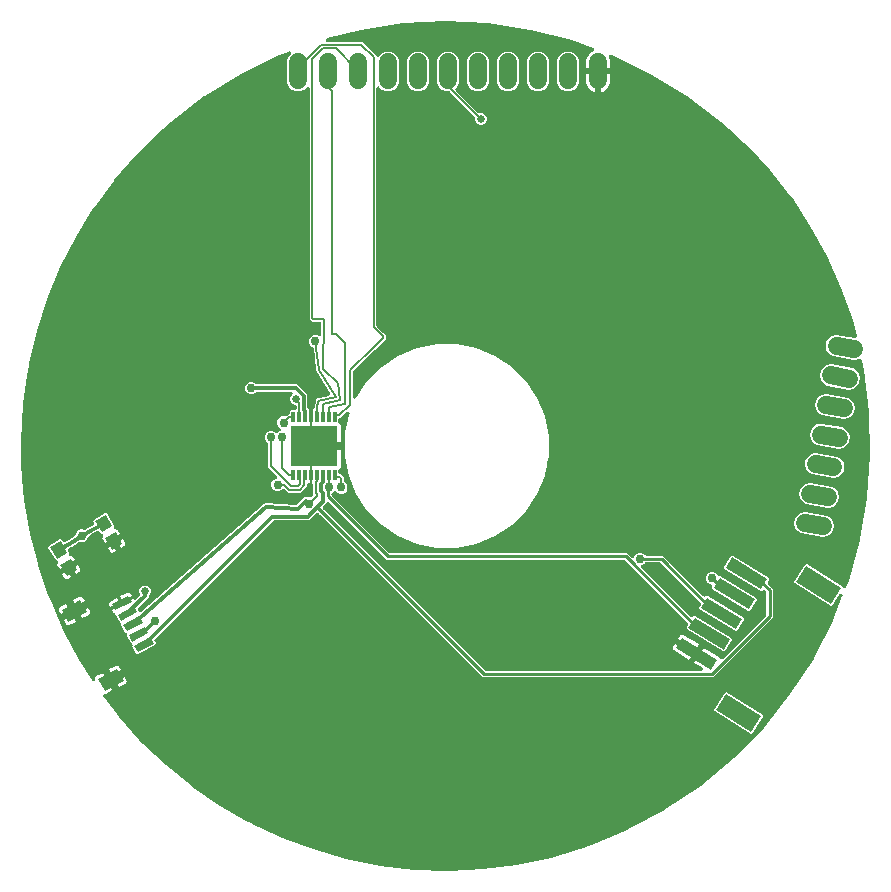
<source format=gbr>
G04 EAGLE Gerber X2 export*
%TF.Part,Single*%
%TF.FileFunction,Copper,L1,Top,Mixed*%
%TF.FilePolarity,Positive*%
%TF.GenerationSoftware,Autodesk,EAGLE,8.7.1*%
%TF.CreationDate,2019-11-11T18:06:01Z*%
G75*
%MOMM*%
%FSLAX34Y34*%
%LPD*%
%AMOC8*
5,1,8,0,0,1.08239X$1,22.5*%
G01*
%ADD10R,0.300000X0.850000*%
%ADD11R,4.000000X3.450000*%
%ADD12R,1.550000X0.600000*%
%ADD13R,1.800000X1.200000*%
%ADD14C,1.524000*%
%ADD15R,3.500000X1.000000*%
%ADD16R,3.500000X1.600000*%
%ADD17R,1.100000X1.000000*%
%ADD18C,0.203200*%
%ADD19C,0.254000*%
%ADD20C,0.756400*%
%ADD21C,0.304800*%
%ADD22C,0.152400*%
%ADD23C,0.656400*%
%ADD24C,0.127000*%

G36*
X2674Y-359543D02*
X2674Y-359543D01*
X2754Y-359546D01*
X31768Y-358192D01*
X31811Y-358185D01*
X31891Y-358181D01*
X60700Y-354483D01*
X60742Y-354472D01*
X60822Y-354462D01*
X89237Y-348444D01*
X89278Y-348430D01*
X89356Y-348413D01*
X113615Y-341181D01*
X113631Y-341174D01*
X113656Y-341168D01*
X119094Y-339378D01*
X119122Y-339365D01*
X119170Y-339350D01*
X125362Y-336943D01*
X125375Y-336937D01*
X125394Y-336930D01*
X151536Y-326079D01*
X151565Y-326063D01*
X151617Y-326043D01*
X158161Y-322867D01*
X158182Y-322854D01*
X158218Y-322838D01*
X183640Y-309147D01*
X183659Y-309134D01*
X183691Y-309118D01*
X187770Y-306712D01*
X187798Y-306691D01*
X187850Y-306662D01*
X216163Y-287515D01*
X216200Y-287484D01*
X216285Y-287423D01*
X243940Y-264358D01*
X243954Y-264343D01*
X243971Y-264331D01*
X243998Y-264301D01*
X244052Y-264254D01*
X269251Y-238528D01*
X269281Y-238489D01*
X269352Y-238413D01*
X291840Y-210288D01*
X291866Y-210246D01*
X291930Y-210163D01*
X311480Y-179922D01*
X311502Y-179878D01*
X311557Y-179789D01*
X327972Y-147737D01*
X327989Y-147691D01*
X328034Y-147597D01*
X336011Y-127198D01*
X336019Y-127165D01*
X336034Y-127135D01*
X336064Y-126997D01*
X336100Y-126861D01*
X336101Y-126827D01*
X336108Y-126795D01*
X336106Y-126653D01*
X336110Y-126512D01*
X336103Y-126480D01*
X336103Y-126446D01*
X336069Y-126309D01*
X336040Y-126171D01*
X336027Y-126141D01*
X336019Y-126108D01*
X335954Y-125982D01*
X335895Y-125854D01*
X335875Y-125828D01*
X335860Y-125798D01*
X335768Y-125690D01*
X335682Y-125578D01*
X335656Y-125557D01*
X335634Y-125532D01*
X335521Y-125448D01*
X335411Y-125359D01*
X335381Y-125344D01*
X335355Y-125324D01*
X335225Y-125268D01*
X335098Y-125206D01*
X335066Y-125199D01*
X335035Y-125185D01*
X334896Y-125160D01*
X334758Y-125129D01*
X334725Y-125129D01*
X334692Y-125123D01*
X334551Y-125130D01*
X334410Y-125131D01*
X334377Y-125138D01*
X334344Y-125140D01*
X334208Y-125179D01*
X334071Y-125212D01*
X334041Y-125227D01*
X334009Y-125236D01*
X333885Y-125305D01*
X333759Y-125368D01*
X333734Y-125389D01*
X333704Y-125405D01*
X333600Y-125500D01*
X333491Y-125590D01*
X333471Y-125617D01*
X333446Y-125639D01*
X333300Y-125836D01*
X327523Y-135082D01*
X326292Y-135366D01*
X295539Y-116150D01*
X295255Y-114919D01*
X304403Y-100279D01*
X305634Y-99995D01*
X336476Y-119267D01*
X336479Y-119274D01*
X336545Y-119359D01*
X336603Y-119449D01*
X336651Y-119496D01*
X336693Y-119549D01*
X336776Y-119617D01*
X336853Y-119692D01*
X336911Y-119727D01*
X336963Y-119769D01*
X337060Y-119816D01*
X337152Y-119871D01*
X337216Y-119892D01*
X337276Y-119922D01*
X337381Y-119946D01*
X337483Y-119978D01*
X337550Y-119984D01*
X337616Y-119999D01*
X337724Y-119998D01*
X337831Y-120007D01*
X337897Y-119997D01*
X337965Y-119997D01*
X338069Y-119972D01*
X338175Y-119956D01*
X338238Y-119932D01*
X338304Y-119916D01*
X338400Y-119868D01*
X338500Y-119829D01*
X338555Y-119790D01*
X338615Y-119760D01*
X338698Y-119691D01*
X338786Y-119630D01*
X338832Y-119580D01*
X338883Y-119537D01*
X338948Y-119452D01*
X339020Y-119372D01*
X339053Y-119313D01*
X339094Y-119259D01*
X339171Y-119102D01*
X339190Y-119067D01*
X339193Y-119056D01*
X339201Y-119040D01*
X341148Y-114059D01*
X341161Y-114012D01*
X341197Y-113914D01*
X350877Y-79228D01*
X350884Y-79180D01*
X350910Y-79079D01*
X357059Y-43597D01*
X357061Y-43548D01*
X357077Y-43445D01*
X359632Y-7525D01*
X359630Y-7476D01*
X359635Y-7372D01*
X358570Y28623D01*
X358563Y28672D01*
X358558Y28776D01*
X353884Y64482D01*
X353874Y64522D01*
X353864Y64595D01*
X352170Y72720D01*
X352120Y72871D01*
X352072Y73024D01*
X352065Y73037D01*
X352060Y73051D01*
X351977Y73187D01*
X351896Y73325D01*
X351886Y73335D01*
X351878Y73348D01*
X351766Y73462D01*
X351656Y73578D01*
X351644Y73586D01*
X351634Y73596D01*
X351499Y73681D01*
X351365Y73769D01*
X351351Y73774D01*
X351339Y73782D01*
X351187Y73834D01*
X351038Y73889D01*
X351023Y73891D01*
X351010Y73896D01*
X350850Y73912D01*
X350692Y73932D01*
X350677Y73930D01*
X350663Y73932D01*
X350505Y73912D01*
X350345Y73895D01*
X350331Y73890D01*
X350317Y73888D01*
X350167Y73833D01*
X350016Y73780D01*
X350001Y73772D01*
X349990Y73767D01*
X349958Y73746D01*
X349805Y73657D01*
X349740Y73611D01*
X346188Y72824D01*
X327597Y76102D01*
X324529Y78056D01*
X322442Y81036D01*
X321655Y84588D01*
X322287Y88171D01*
X324241Y91239D01*
X327221Y93326D01*
X330773Y94113D01*
X346333Y91370D01*
X346340Y91369D01*
X346347Y91367D01*
X346515Y91359D01*
X346681Y91349D01*
X346688Y91350D01*
X346695Y91350D01*
X346859Y91379D01*
X347025Y91408D01*
X347031Y91410D01*
X347038Y91411D01*
X347191Y91478D01*
X347346Y91543D01*
X347351Y91547D01*
X347358Y91550D01*
X347492Y91649D01*
X347628Y91748D01*
X347632Y91753D01*
X347638Y91757D01*
X347746Y91884D01*
X347856Y92011D01*
X347859Y92017D01*
X347863Y92022D01*
X347941Y92172D01*
X348018Y92320D01*
X348020Y92326D01*
X348023Y92332D01*
X348064Y92497D01*
X348106Y92657D01*
X348106Y92664D01*
X348108Y92670D01*
X348111Y92838D01*
X348115Y93005D01*
X348114Y93012D01*
X348114Y93019D01*
X348070Y93259D01*
X344555Y106546D01*
X344539Y106586D01*
X344519Y106664D01*
X334841Y134049D01*
X334822Y134088D01*
X334795Y134164D01*
X322932Y160676D01*
X322910Y160713D01*
X322877Y160787D01*
X308907Y186252D01*
X308882Y186287D01*
X308843Y186357D01*
X292857Y210608D01*
X292830Y210641D01*
X292785Y210708D01*
X274889Y233585D01*
X274859Y233616D01*
X274809Y233679D01*
X256017Y254060D01*
X255963Y254106D01*
X255916Y254159D01*
X255786Y254259D01*
X255753Y254287D01*
X255740Y254294D01*
X255722Y254308D01*
X252343Y256483D01*
X246333Y262132D01*
X246321Y262141D01*
X246304Y262158D01*
X232874Y274158D01*
X232840Y274182D01*
X232785Y274231D01*
X204199Y296132D01*
X204158Y296157D01*
X204073Y296219D01*
X173433Y315139D01*
X173389Y315160D01*
X173299Y315213D01*
X140914Y330960D01*
X140868Y330977D01*
X140773Y331020D01*
X140296Y331195D01*
X140171Y331226D01*
X140047Y331264D01*
X140002Y331267D01*
X139958Y331277D01*
X139829Y331278D01*
X139700Y331287D01*
X139655Y331280D01*
X139609Y331280D01*
X139483Y331252D01*
X139356Y331231D01*
X139313Y331214D01*
X139269Y331204D01*
X139153Y331148D01*
X139033Y331098D01*
X138996Y331072D01*
X138955Y331052D01*
X138855Y330971D01*
X138750Y330896D01*
X138720Y330862D01*
X138684Y330833D01*
X138605Y330731D01*
X138520Y330634D01*
X138498Y330594D01*
X138470Y330558D01*
X138416Y330441D01*
X138355Y330327D01*
X138343Y330283D01*
X138324Y330242D01*
X138298Y330115D01*
X138264Y329990D01*
X138263Y329945D01*
X138254Y329900D01*
X138257Y329771D01*
X138253Y329642D01*
X138262Y329597D01*
X138263Y329552D01*
X138296Y329427D01*
X138321Y329300D01*
X138342Y329247D01*
X138351Y329215D01*
X138374Y329171D01*
X138414Y329074D01*
X138610Y328689D01*
X139104Y327168D01*
X139355Y325588D01*
X139355Y319708D01*
X130210Y319708D01*
X130184Y319705D01*
X130158Y319707D01*
X130011Y319685D01*
X129864Y319668D01*
X129839Y319659D01*
X129813Y319655D01*
X129675Y319600D01*
X129536Y319550D01*
X129514Y319536D01*
X129489Y319527D01*
X129368Y319442D01*
X129243Y319361D01*
X129225Y319343D01*
X129203Y319328D01*
X129189Y319312D01*
X129104Y319394D01*
X129081Y319407D01*
X129062Y319425D01*
X128932Y319497D01*
X128805Y319573D01*
X128780Y319581D01*
X128757Y319593D01*
X128614Y319634D01*
X128473Y319679D01*
X128447Y319681D01*
X128421Y319688D01*
X128178Y319708D01*
X119033Y319708D01*
X119033Y325588D01*
X119283Y327168D01*
X119777Y328689D01*
X120504Y330114D01*
X121444Y331408D01*
X122574Y332539D01*
X123868Y333479D01*
X125037Y334074D01*
X125097Y334114D01*
X125162Y334145D01*
X125242Y334210D01*
X125328Y334267D01*
X125377Y334319D01*
X125433Y334364D01*
X125496Y334446D01*
X125567Y334521D01*
X125603Y334583D01*
X125647Y334639D01*
X125690Y334733D01*
X125742Y334822D01*
X125763Y334891D01*
X125793Y334956D01*
X125814Y335057D01*
X125844Y335155D01*
X125849Y335227D01*
X125863Y335297D01*
X125860Y335400D01*
X125867Y335503D01*
X125856Y335574D01*
X125854Y335646D01*
X125828Y335745D01*
X125811Y335847D01*
X125784Y335913D01*
X125766Y335983D01*
X125718Y336074D01*
X125679Y336169D01*
X125637Y336227D01*
X125604Y336291D01*
X125536Y336369D01*
X125476Y336453D01*
X125422Y336500D01*
X125375Y336554D01*
X125292Y336615D01*
X125214Y336683D01*
X125151Y336717D01*
X125093Y336759D01*
X124946Y336827D01*
X124907Y336848D01*
X124892Y336852D01*
X124871Y336862D01*
X106971Y343437D01*
X106923Y343448D01*
X106824Y343482D01*
X71946Y352442D01*
X71898Y352449D01*
X71796Y352472D01*
X36194Y357885D01*
X36153Y357886D01*
X36139Y357887D01*
X36042Y357900D01*
X77Y359710D01*
X28Y359707D01*
X-77Y359710D01*
X-36042Y357900D01*
X-36090Y357892D01*
X-36194Y357885D01*
X-71796Y352472D01*
X-71843Y352460D01*
X-71946Y352442D01*
X-100382Y345137D01*
X-100529Y345081D01*
X-100677Y345028D01*
X-100691Y345019D01*
X-100707Y345013D01*
X-100837Y344924D01*
X-100970Y344839D01*
X-100982Y344827D01*
X-100996Y344817D01*
X-101102Y344702D01*
X-101212Y344588D01*
X-101221Y344574D01*
X-101232Y344561D01*
X-101310Y344424D01*
X-101391Y344289D01*
X-101396Y344273D01*
X-101404Y344258D01*
X-101449Y344107D01*
X-101497Y343957D01*
X-101498Y343940D01*
X-101503Y343924D01*
X-101512Y343767D01*
X-101525Y343610D01*
X-101522Y343593D01*
X-101523Y343576D01*
X-101497Y343421D01*
X-101473Y343265D01*
X-101467Y343249D01*
X-101464Y343233D01*
X-101403Y343087D01*
X-101345Y342941D01*
X-101335Y342927D01*
X-101328Y342912D01*
X-101235Y342784D01*
X-101146Y342655D01*
X-101133Y342644D01*
X-101123Y342630D01*
X-101003Y342526D01*
X-100887Y342422D01*
X-100872Y342413D01*
X-100859Y342402D01*
X-100720Y342329D01*
X-100582Y342253D01*
X-100565Y342249D01*
X-100550Y342241D01*
X-100398Y342201D01*
X-100246Y342158D01*
X-100226Y342157D01*
X-100213Y342153D01*
X-100172Y342152D01*
X-100003Y342139D01*
X-70681Y342139D01*
X-58512Y329970D01*
X-58491Y329953D01*
X-58474Y329933D01*
X-58355Y329845D01*
X-58239Y329753D01*
X-58215Y329742D01*
X-58194Y329726D01*
X-58058Y329668D01*
X-57924Y329604D01*
X-57898Y329599D01*
X-57874Y329588D01*
X-57728Y329562D01*
X-57583Y329531D01*
X-57557Y329531D01*
X-57531Y329527D01*
X-57382Y329534D01*
X-57235Y329537D01*
X-57209Y329543D01*
X-57183Y329545D01*
X-57040Y329586D01*
X-56897Y329622D01*
X-56873Y329634D01*
X-56848Y329641D01*
X-56719Y329714D01*
X-56587Y329781D01*
X-56567Y329798D01*
X-56544Y329811D01*
X-56358Y329970D01*
X-53786Y332541D01*
X-50425Y333933D01*
X-46787Y333933D01*
X-43426Y332541D01*
X-40854Y329969D01*
X-39461Y326608D01*
X-39461Y307730D01*
X-40854Y304368D01*
X-43426Y301796D01*
X-46787Y300404D01*
X-50425Y300404D01*
X-53786Y301796D01*
X-56073Y304083D01*
X-56151Y304145D01*
X-56224Y304215D01*
X-56288Y304253D01*
X-56346Y304299D01*
X-56437Y304342D01*
X-56523Y304394D01*
X-56594Y304416D01*
X-56661Y304448D01*
X-56759Y304469D01*
X-56855Y304500D01*
X-56929Y304506D01*
X-57002Y304522D01*
X-57102Y304520D01*
X-57202Y304528D01*
X-57276Y304517D01*
X-57350Y304516D01*
X-57447Y304491D01*
X-57547Y304476D01*
X-57616Y304449D01*
X-57688Y304431D01*
X-57777Y304385D01*
X-57871Y304348D01*
X-57932Y304305D01*
X-57998Y304271D01*
X-58074Y304206D01*
X-58157Y304149D01*
X-58207Y304093D01*
X-58263Y304045D01*
X-58323Y303964D01*
X-58390Y303890D01*
X-58426Y303825D01*
X-58471Y303765D01*
X-58510Y303673D01*
X-58559Y303585D01*
X-58579Y303513D01*
X-58609Y303445D01*
X-58626Y303346D01*
X-58654Y303249D01*
X-58662Y303149D01*
X-58670Y303102D01*
X-58668Y303066D01*
X-58673Y303006D01*
X-58673Y102162D01*
X-58659Y102037D01*
X-58652Y101910D01*
X-58639Y101864D01*
X-58633Y101816D01*
X-58591Y101697D01*
X-58556Y101576D01*
X-58532Y101533D01*
X-58516Y101488D01*
X-58447Y101382D01*
X-58386Y101271D01*
X-58346Y101225D01*
X-58327Y101195D01*
X-58292Y101162D01*
X-58227Y101085D01*
X-53093Y95951D01*
X-52994Y95872D01*
X-52900Y95788D01*
X-52858Y95764D01*
X-52820Y95734D01*
X-52706Y95680D01*
X-52595Y95619D01*
X-52548Y95606D01*
X-52505Y95585D01*
X-52381Y95559D01*
X-52326Y95543D01*
X-50799Y94016D01*
X-50799Y90388D01*
X-59943Y81244D01*
X-59982Y81239D01*
X-60101Y81197D01*
X-60223Y81162D01*
X-60265Y81138D01*
X-60310Y81122D01*
X-60416Y81053D01*
X-60527Y80992D01*
X-60573Y80952D01*
X-60603Y80933D01*
X-60637Y80898D01*
X-60713Y80833D01*
X-78039Y63507D01*
X-78118Y63408D01*
X-78202Y63314D01*
X-78226Y63272D01*
X-78256Y63234D01*
X-78310Y63120D01*
X-78371Y63009D01*
X-78384Y62962D01*
X-78405Y62919D01*
X-78431Y62795D01*
X-78466Y62674D01*
X-78471Y62613D01*
X-78478Y62578D01*
X-78477Y62530D01*
X-78485Y62430D01*
X-78485Y41728D01*
X-78477Y41653D01*
X-78478Y41578D01*
X-78457Y41481D01*
X-78445Y41382D01*
X-78420Y41311D01*
X-78404Y41237D01*
X-78361Y41148D01*
X-78328Y41054D01*
X-78287Y40991D01*
X-78255Y40923D01*
X-78193Y40845D01*
X-78139Y40761D01*
X-78085Y40709D01*
X-78038Y40650D01*
X-77960Y40588D01*
X-77888Y40519D01*
X-77824Y40480D01*
X-77764Y40434D01*
X-77674Y40391D01*
X-77589Y40340D01*
X-77517Y40317D01*
X-77449Y40285D01*
X-77352Y40264D01*
X-77257Y40234D01*
X-77182Y40228D01*
X-77108Y40212D01*
X-77009Y40214D01*
X-76910Y40206D01*
X-76835Y40217D01*
X-76760Y40219D01*
X-76663Y40243D01*
X-76565Y40258D01*
X-76495Y40286D01*
X-76422Y40304D01*
X-76334Y40350D01*
X-76241Y40386D01*
X-76179Y40429D01*
X-76112Y40464D01*
X-76037Y40529D01*
X-75955Y40585D01*
X-75905Y40641D01*
X-75847Y40690D01*
X-75753Y40810D01*
X-75722Y40844D01*
X-75713Y40860D01*
X-75695Y40882D01*
X-66228Y55052D01*
X-54199Y67081D01*
X-40054Y76532D01*
X-24337Y83042D01*
X-7653Y86361D01*
X9359Y86361D01*
X26043Y83042D01*
X41760Y76532D01*
X55905Y67081D01*
X67934Y55052D01*
X77385Y40907D01*
X83895Y25190D01*
X87214Y8506D01*
X87214Y-8506D01*
X87135Y-8905D01*
X87134Y-8905D01*
X86529Y-11951D01*
X86528Y-11951D01*
X86528Y-11952D01*
X86226Y-13474D01*
X86225Y-13475D01*
X85923Y-14998D01*
X85922Y-14998D01*
X85620Y-16521D01*
X85619Y-16521D01*
X84711Y-21091D01*
X84710Y-21091D01*
X84408Y-22614D01*
X84407Y-22614D01*
X84105Y-24137D01*
X84104Y-24137D01*
X84104Y-24138D01*
X83895Y-25190D01*
X77385Y-40907D01*
X67934Y-55052D01*
X55905Y-67081D01*
X41760Y-76532D01*
X26043Y-83042D01*
X9359Y-86361D01*
X-7653Y-86361D01*
X-24337Y-83042D01*
X-40054Y-76532D01*
X-54199Y-67081D01*
X-66228Y-55052D01*
X-75679Y-40907D01*
X-82189Y-25190D01*
X-85508Y-8506D01*
X-85508Y8506D01*
X-85452Y8784D01*
X-85149Y10307D01*
X-84846Y11830D01*
X-84846Y11831D01*
X-84240Y14877D01*
X-83937Y16400D01*
X-83634Y17923D01*
X-83634Y17924D01*
X-83331Y19446D01*
X-83331Y19447D01*
X-83028Y20969D01*
X-83028Y20970D01*
X-82422Y24016D01*
X-82189Y25190D01*
X-81435Y27011D01*
X-81421Y27059D01*
X-81400Y27105D01*
X-81373Y27226D01*
X-81339Y27346D01*
X-81337Y27396D01*
X-81326Y27445D01*
X-81328Y27570D01*
X-81322Y27694D01*
X-81331Y27744D01*
X-81332Y27794D01*
X-81362Y27914D01*
X-81385Y28037D01*
X-81405Y28083D01*
X-81417Y28132D01*
X-81474Y28243D01*
X-81524Y28357D01*
X-81554Y28397D01*
X-81577Y28442D01*
X-81657Y28536D01*
X-81732Y28636D01*
X-81770Y28669D01*
X-81803Y28707D01*
X-81903Y28781D01*
X-81998Y28861D01*
X-82042Y28884D01*
X-82083Y28914D01*
X-82197Y28964D01*
X-82308Y29020D01*
X-82357Y29032D01*
X-82403Y29052D01*
X-82525Y29074D01*
X-82646Y29104D01*
X-82696Y29105D01*
X-82746Y29114D01*
X-82870Y29108D01*
X-82994Y29109D01*
X-83044Y29099D01*
X-83094Y29096D01*
X-83213Y29062D01*
X-83335Y29035D01*
X-83380Y29013D01*
X-83429Y28999D01*
X-83537Y28939D01*
X-83650Y28885D01*
X-83689Y28854D01*
X-83733Y28829D01*
X-83919Y28671D01*
X-88969Y23621D01*
X-89458Y23621D01*
X-89484Y23618D01*
X-89510Y23620D01*
X-89657Y23598D01*
X-89804Y23581D01*
X-89829Y23573D01*
X-89855Y23569D01*
X-89993Y23514D01*
X-90132Y23464D01*
X-90154Y23450D01*
X-90179Y23440D01*
X-90300Y23355D01*
X-90425Y23275D01*
X-90443Y23256D01*
X-90465Y23241D01*
X-90564Y23131D01*
X-90667Y23024D01*
X-90681Y23002D01*
X-90698Y22982D01*
X-90770Y22852D01*
X-90846Y22725D01*
X-90854Y22700D01*
X-90867Y22677D01*
X-90907Y22534D01*
X-90952Y22393D01*
X-90954Y22367D01*
X-90962Y22342D01*
X-90981Y22098D01*
X-90981Y20760D01*
X-90964Y20610D01*
X-90951Y20460D01*
X-90944Y20437D01*
X-90941Y20414D01*
X-90891Y20272D01*
X-90844Y20128D01*
X-90832Y20108D01*
X-90824Y20086D01*
X-90742Y19959D01*
X-90664Y19830D01*
X-90648Y19813D01*
X-90635Y19793D01*
X-90526Y19688D01*
X-90421Y19580D01*
X-90398Y19564D01*
X-90384Y19551D01*
X-90344Y19527D01*
X-90220Y19441D01*
X-89946Y19283D01*
X-89473Y18810D01*
X-89138Y18231D01*
X-88965Y17585D01*
X-88965Y3047D01*
X-109982Y3047D01*
X-110008Y3044D01*
X-110034Y3046D01*
X-110181Y3024D01*
X-110328Y3007D01*
X-110353Y2998D01*
X-110379Y2995D01*
X-110517Y2940D01*
X-110656Y2890D01*
X-110678Y2876D01*
X-110703Y2866D01*
X-110824Y2781D01*
X-110949Y2701D01*
X-110967Y2682D01*
X-110989Y2667D01*
X-111088Y2557D01*
X-111191Y2450D01*
X-111205Y2428D01*
X-111222Y2408D01*
X-111294Y2278D01*
X-111370Y2151D01*
X-111378Y2126D01*
X-111391Y2103D01*
X-111431Y1960D01*
X-111476Y1819D01*
X-111478Y1793D01*
X-111486Y1768D01*
X-111505Y1524D01*
X-111505Y-1524D01*
X-111502Y-1550D01*
X-111504Y-1576D01*
X-111482Y-1723D01*
X-111465Y-1870D01*
X-111456Y-1895D01*
X-111453Y-1921D01*
X-111398Y-2059D01*
X-111348Y-2198D01*
X-111334Y-2220D01*
X-111324Y-2245D01*
X-111239Y-2366D01*
X-111159Y-2491D01*
X-111140Y-2509D01*
X-111125Y-2531D01*
X-111015Y-2630D01*
X-110908Y-2733D01*
X-110886Y-2747D01*
X-110866Y-2764D01*
X-110736Y-2836D01*
X-110609Y-2912D01*
X-110584Y-2920D01*
X-110561Y-2933D01*
X-110418Y-2973D01*
X-110277Y-3018D01*
X-110251Y-3020D01*
X-110226Y-3028D01*
X-109982Y-3047D01*
X-88965Y-3047D01*
X-88965Y-17585D01*
X-89138Y-18231D01*
X-89473Y-18810D01*
X-89946Y-19283D01*
X-90220Y-19441D01*
X-90341Y-19531D01*
X-90465Y-19617D01*
X-90481Y-19635D01*
X-90500Y-19649D01*
X-90597Y-19764D01*
X-90698Y-19876D01*
X-90710Y-19897D01*
X-90725Y-19915D01*
X-90794Y-20049D01*
X-90867Y-20181D01*
X-90873Y-20204D01*
X-90884Y-20225D01*
X-90921Y-20371D01*
X-90962Y-20516D01*
X-90964Y-20545D01*
X-90968Y-20563D01*
X-90969Y-20610D01*
X-90981Y-20760D01*
X-90981Y-22098D01*
X-90978Y-22124D01*
X-90980Y-22150D01*
X-90958Y-22297D01*
X-90941Y-22444D01*
X-90933Y-22469D01*
X-90929Y-22495D01*
X-90874Y-22633D01*
X-90824Y-22772D01*
X-90810Y-22794D01*
X-90800Y-22819D01*
X-90715Y-22940D01*
X-90635Y-23065D01*
X-90616Y-23083D01*
X-90601Y-23105D01*
X-90491Y-23204D01*
X-90384Y-23307D01*
X-90362Y-23321D01*
X-90342Y-23338D01*
X-90212Y-23410D01*
X-90085Y-23486D01*
X-90060Y-23494D01*
X-90037Y-23507D01*
X-89894Y-23547D01*
X-89753Y-23592D01*
X-89727Y-23594D01*
X-89702Y-23602D01*
X-89458Y-23621D01*
X-88969Y-23621D01*
X-86105Y-26485D01*
X-86105Y-29237D01*
X-86096Y-29314D01*
X-86098Y-29390D01*
X-86077Y-29486D01*
X-86065Y-29584D01*
X-86040Y-29656D01*
X-86023Y-29731D01*
X-85981Y-29819D01*
X-85948Y-29912D01*
X-85906Y-29976D01*
X-85873Y-30045D01*
X-85812Y-30122D01*
X-85759Y-30205D01*
X-85704Y-30258D01*
X-85656Y-30318D01*
X-85579Y-30379D01*
X-85508Y-30447D01*
X-85469Y-30470D01*
X-83893Y-32046D01*
X-83085Y-33996D01*
X-83085Y-36108D01*
X-83893Y-38058D01*
X-85386Y-39551D01*
X-87336Y-40359D01*
X-89448Y-40359D01*
X-91398Y-39551D01*
X-92649Y-38300D01*
X-92669Y-38284D01*
X-92686Y-38264D01*
X-92806Y-38175D01*
X-92922Y-38083D01*
X-92946Y-38072D01*
X-92967Y-38057D01*
X-93103Y-37998D01*
X-93237Y-37934D01*
X-93263Y-37929D01*
X-93287Y-37919D01*
X-93433Y-37892D01*
X-93578Y-37861D01*
X-93604Y-37861D01*
X-93630Y-37857D01*
X-93778Y-37864D01*
X-93926Y-37867D01*
X-93952Y-37873D01*
X-93978Y-37875D01*
X-94120Y-37916D01*
X-94264Y-37952D01*
X-94287Y-37964D01*
X-94313Y-37971D01*
X-94442Y-38044D01*
X-94574Y-38112D01*
X-94594Y-38129D01*
X-94617Y-38141D01*
X-94803Y-38300D01*
X-96124Y-39621D01*
X-96137Y-39628D01*
X-96194Y-39680D01*
X-96257Y-39724D01*
X-96323Y-39796D01*
X-96395Y-39862D01*
X-96439Y-39925D01*
X-96490Y-39982D01*
X-96538Y-40068D01*
X-96594Y-40149D01*
X-96622Y-40220D01*
X-96659Y-40287D01*
X-96686Y-40382D01*
X-96722Y-40473D01*
X-96733Y-40549D01*
X-96754Y-40623D01*
X-96764Y-40753D01*
X-96770Y-40787D01*
X-96770Y-40799D01*
X-96772Y-40818D01*
X-96771Y-40837D01*
X-96773Y-40867D01*
X-96773Y-40883D01*
X-96759Y-41009D01*
X-96752Y-41135D01*
X-96744Y-41165D01*
X-96743Y-41166D01*
X-96739Y-41182D01*
X-96733Y-41230D01*
X-96691Y-41349D01*
X-96656Y-41470D01*
X-96632Y-41512D01*
X-96616Y-41558D01*
X-96547Y-41664D01*
X-96486Y-41774D01*
X-96446Y-41821D01*
X-96427Y-41851D01*
X-96392Y-41884D01*
X-96327Y-41961D01*
X-48057Y-90231D01*
X-47958Y-90310D01*
X-47864Y-90394D01*
X-47821Y-90418D01*
X-47784Y-90448D01*
X-47669Y-90502D01*
X-47559Y-90563D01*
X-47512Y-90576D01*
X-47468Y-90597D01*
X-47345Y-90623D01*
X-47223Y-90658D01*
X-47162Y-90663D01*
X-47128Y-90670D01*
X-47080Y-90669D01*
X-46979Y-90677D01*
X153558Y-90677D01*
X155641Y-92760D01*
X155641Y-92761D01*
X157100Y-94220D01*
X157218Y-94313D01*
X157333Y-94410D01*
X157354Y-94421D01*
X157373Y-94437D01*
X157509Y-94501D01*
X157643Y-94569D01*
X157666Y-94575D01*
X157688Y-94585D01*
X157836Y-94617D01*
X157981Y-94653D01*
X158005Y-94654D01*
X158029Y-94659D01*
X158179Y-94656D01*
X158330Y-94658D01*
X158353Y-94653D01*
X158377Y-94653D01*
X158523Y-94616D01*
X158670Y-94584D01*
X158692Y-94574D01*
X158715Y-94568D01*
X158849Y-94499D01*
X158985Y-94434D01*
X159004Y-94419D01*
X159025Y-94408D01*
X159140Y-94311D01*
X159257Y-94217D01*
X159272Y-94198D01*
X159291Y-94182D01*
X159380Y-94062D01*
X159473Y-93943D01*
X159487Y-93917D01*
X159498Y-93902D01*
X159516Y-93859D01*
X159585Y-93726D01*
X160093Y-92498D01*
X161586Y-91005D01*
X163536Y-90197D01*
X165648Y-90197D01*
X167598Y-91005D01*
X168856Y-92263D01*
X168955Y-92342D01*
X169049Y-92426D01*
X169091Y-92450D01*
X169129Y-92480D01*
X169243Y-92534D01*
X169354Y-92595D01*
X169400Y-92608D01*
X169444Y-92629D01*
X169567Y-92655D01*
X169689Y-92690D01*
X169750Y-92695D01*
X169785Y-92702D01*
X169833Y-92701D01*
X169933Y-92709D01*
X184038Y-92709D01*
X186121Y-94793D01*
X218306Y-126978D01*
X218325Y-126993D01*
X218341Y-127012D01*
X218462Y-127101D01*
X218579Y-127195D01*
X218601Y-127205D01*
X218621Y-127220D01*
X218759Y-127279D01*
X218894Y-127343D01*
X218918Y-127349D01*
X218941Y-127358D01*
X219088Y-127385D01*
X219235Y-127417D01*
X219259Y-127416D01*
X219283Y-127421D01*
X219434Y-127413D01*
X219584Y-127411D01*
X219607Y-127405D01*
X219632Y-127404D01*
X219776Y-127362D01*
X219922Y-127326D01*
X219943Y-127315D01*
X219967Y-127308D01*
X220098Y-127235D01*
X220231Y-127166D01*
X220250Y-127150D01*
X220271Y-127139D01*
X220382Y-127038D01*
X220497Y-126940D01*
X220511Y-126921D01*
X220529Y-126904D01*
X220533Y-126899D01*
X221790Y-126609D01*
X252543Y-145825D01*
X252827Y-147056D01*
X246859Y-156608D01*
X245628Y-156892D01*
X214875Y-137675D01*
X214591Y-136445D01*
X215978Y-134224D01*
X215990Y-134199D01*
X216007Y-134176D01*
X216065Y-134042D01*
X216128Y-133910D01*
X216134Y-133882D01*
X216145Y-133856D01*
X216171Y-133712D01*
X216202Y-133569D01*
X216202Y-133541D01*
X216207Y-133513D01*
X216199Y-133367D01*
X216197Y-133221D01*
X216190Y-133193D01*
X216189Y-133165D01*
X216148Y-133025D01*
X216113Y-132882D01*
X216100Y-132858D01*
X216092Y-132831D01*
X216021Y-132703D01*
X215954Y-132572D01*
X215936Y-132551D01*
X215922Y-132526D01*
X215764Y-132340D01*
X182169Y-98745D01*
X182070Y-98666D01*
X181976Y-98582D01*
X181933Y-98558D01*
X181896Y-98528D01*
X181781Y-98474D01*
X181671Y-98413D01*
X181624Y-98400D01*
X181580Y-98379D01*
X181457Y-98353D01*
X181335Y-98318D01*
X181274Y-98313D01*
X181240Y-98306D01*
X181192Y-98307D01*
X181091Y-98299D01*
X169933Y-98299D01*
X169807Y-98313D01*
X169681Y-98320D01*
X169635Y-98333D01*
X169587Y-98339D01*
X169468Y-98381D01*
X169346Y-98416D01*
X169304Y-98440D01*
X169259Y-98456D01*
X169153Y-98525D01*
X169042Y-98586D01*
X168996Y-98626D01*
X168966Y-98645D01*
X168932Y-98680D01*
X168856Y-98745D01*
X167598Y-100003D01*
X166370Y-100511D01*
X166239Y-100584D01*
X166105Y-100653D01*
X166087Y-100669D01*
X166066Y-100681D01*
X165954Y-100782D01*
X165840Y-100879D01*
X165825Y-100899D01*
X165808Y-100915D01*
X165722Y-101039D01*
X165633Y-101159D01*
X165623Y-101182D01*
X165609Y-101202D01*
X165554Y-101342D01*
X165495Y-101479D01*
X165490Y-101503D01*
X165482Y-101526D01*
X165460Y-101674D01*
X165433Y-101822D01*
X165434Y-101847D01*
X165431Y-101871D01*
X165443Y-102021D01*
X165451Y-102170D01*
X165458Y-102194D01*
X165460Y-102218D01*
X165506Y-102361D01*
X165547Y-102505D01*
X165559Y-102526D01*
X165567Y-102549D01*
X165644Y-102679D01*
X165718Y-102810D01*
X165736Y-102832D01*
X165746Y-102848D01*
X165779Y-102882D01*
X165876Y-102996D01*
X207366Y-144486D01*
X207385Y-144501D01*
X207401Y-144520D01*
X207522Y-144609D01*
X207639Y-144702D01*
X207661Y-144713D01*
X207681Y-144727D01*
X207819Y-144787D01*
X207954Y-144851D01*
X207978Y-144856D01*
X208000Y-144866D01*
X208148Y-144893D01*
X208295Y-144925D01*
X208319Y-144924D01*
X208343Y-144929D01*
X208494Y-144921D01*
X208643Y-144919D01*
X208667Y-144913D01*
X208691Y-144912D01*
X208836Y-144870D01*
X208981Y-144834D01*
X209003Y-144823D01*
X209027Y-144816D01*
X209158Y-144743D01*
X209291Y-144674D01*
X209310Y-144658D01*
X209331Y-144646D01*
X209442Y-144546D01*
X209557Y-144448D01*
X209571Y-144429D01*
X209589Y-144412D01*
X209735Y-144216D01*
X209961Y-143854D01*
X211192Y-143570D01*
X241945Y-162786D01*
X242229Y-164017D01*
X236260Y-173569D01*
X235030Y-173853D01*
X204277Y-154636D01*
X203993Y-153406D01*
X205038Y-151732D01*
X205050Y-151707D01*
X205067Y-151684D01*
X205125Y-151550D01*
X205188Y-151418D01*
X205194Y-151390D01*
X205205Y-151364D01*
X205231Y-151220D01*
X205262Y-151077D01*
X205262Y-151049D01*
X205267Y-151021D01*
X205259Y-150875D01*
X205257Y-150729D01*
X205250Y-150701D01*
X205249Y-150673D01*
X205208Y-150533D01*
X205173Y-150390D01*
X205160Y-150365D01*
X205152Y-150338D01*
X205081Y-150211D01*
X205014Y-150080D01*
X204996Y-150059D01*
X204982Y-150034D01*
X204824Y-149848D01*
X151689Y-96713D01*
X151590Y-96634D01*
X151496Y-96550D01*
X151453Y-96526D01*
X151416Y-96496D01*
X151301Y-96442D01*
X151191Y-96381D01*
X151144Y-96368D01*
X151100Y-96347D01*
X150977Y-96321D01*
X150855Y-96286D01*
X150794Y-96281D01*
X150760Y-96274D01*
X150712Y-96275D01*
X150611Y-96267D01*
X-49926Y-96267D01*
X-98357Y-47835D01*
X-98435Y-47773D01*
X-98508Y-47703D01*
X-98572Y-47665D01*
X-98630Y-47619D01*
X-98721Y-47576D01*
X-98807Y-47524D01*
X-98878Y-47502D01*
X-98945Y-47470D01*
X-99043Y-47449D01*
X-99139Y-47418D01*
X-99213Y-47412D01*
X-99286Y-47397D01*
X-99386Y-47398D01*
X-99486Y-47390D01*
X-99560Y-47401D01*
X-99634Y-47402D01*
X-99731Y-47427D01*
X-99831Y-47442D01*
X-99900Y-47469D01*
X-99972Y-47487D01*
X-100062Y-47534D01*
X-100155Y-47571D01*
X-100216Y-47613D01*
X-100282Y-47647D01*
X-100359Y-47712D01*
X-100441Y-47770D01*
X-100491Y-47825D01*
X-100547Y-47873D01*
X-100607Y-47954D01*
X-100674Y-48028D01*
X-100710Y-48093D01*
X-100755Y-48153D01*
X-100794Y-48245D01*
X-100843Y-48333D01*
X-100863Y-48405D01*
X-100893Y-48473D01*
X-100900Y-48514D01*
X-103404Y-51018D01*
X-103420Y-51038D01*
X-103440Y-51055D01*
X-103528Y-51175D01*
X-103620Y-51291D01*
X-103632Y-51314D01*
X-103647Y-51335D01*
X-103706Y-51472D01*
X-103769Y-51606D01*
X-103775Y-51631D01*
X-103785Y-51655D01*
X-103812Y-51802D01*
X-103843Y-51946D01*
X-103842Y-51973D01*
X-103847Y-51998D01*
X-103839Y-52147D01*
X-103837Y-52295D01*
X-103830Y-52320D01*
X-103829Y-52347D01*
X-103788Y-52489D01*
X-103752Y-52633D01*
X-103740Y-52656D01*
X-103732Y-52681D01*
X-103660Y-52811D01*
X-103592Y-52943D01*
X-103575Y-52963D01*
X-103562Y-52986D01*
X-103404Y-53172D01*
X33223Y-189799D01*
X33322Y-189878D01*
X33416Y-189962D01*
X33459Y-189986D01*
X33496Y-190016D01*
X33611Y-190070D01*
X33721Y-190131D01*
X33768Y-190144D01*
X33812Y-190165D01*
X33935Y-190191D01*
X34057Y-190226D01*
X34118Y-190231D01*
X34152Y-190238D01*
X34200Y-190237D01*
X34301Y-190245D01*
X216292Y-190245D01*
X216390Y-190234D01*
X216489Y-190233D01*
X216563Y-190214D01*
X216638Y-190205D01*
X216731Y-190172D01*
X216827Y-190148D01*
X216895Y-190114D01*
X216966Y-190088D01*
X217049Y-190034D01*
X217137Y-189989D01*
X217195Y-189940D01*
X217259Y-189899D01*
X217328Y-189828D01*
X217403Y-189764D01*
X217448Y-189703D01*
X217501Y-189648D01*
X217552Y-189563D01*
X217611Y-189484D01*
X217641Y-189415D01*
X217680Y-189349D01*
X217710Y-189255D01*
X217750Y-189165D01*
X217763Y-189090D01*
X217786Y-189017D01*
X217794Y-188919D01*
X217812Y-188822D01*
X217808Y-188746D01*
X217814Y-188670D01*
X217800Y-188572D01*
X217795Y-188474D01*
X217774Y-188401D01*
X217763Y-188325D01*
X217726Y-188234D01*
X217699Y-188139D01*
X217662Y-188072D01*
X217634Y-188001D01*
X217578Y-187920D01*
X217530Y-187834D01*
X217479Y-187778D01*
X217435Y-187715D01*
X217362Y-187649D01*
X217296Y-187576D01*
X217213Y-187514D01*
X217176Y-187482D01*
X217146Y-187465D01*
X217099Y-187430D01*
X210636Y-183392D01*
X214115Y-177824D01*
X214126Y-177801D01*
X214142Y-177780D01*
X214200Y-177644D01*
X214264Y-177510D01*
X214270Y-177484D01*
X214280Y-177460D01*
X214307Y-177314D01*
X214339Y-177169D01*
X214338Y-177143D01*
X214343Y-177117D01*
X214336Y-176969D01*
X214333Y-176821D01*
X214329Y-176804D01*
X214392Y-176788D01*
X214415Y-176776D01*
X214441Y-176769D01*
X214571Y-176697D01*
X214702Y-176629D01*
X214722Y-176612D01*
X214745Y-176599D01*
X214855Y-176500D01*
X214968Y-176404D01*
X214984Y-176383D01*
X215003Y-176365D01*
X215149Y-176169D01*
X218628Y-170602D01*
X231633Y-178728D01*
X232089Y-179217D01*
X232280Y-179576D01*
X232324Y-179640D01*
X232359Y-179709D01*
X232422Y-179783D01*
X232478Y-179863D01*
X232535Y-179915D01*
X232585Y-179974D01*
X232663Y-180032D01*
X232735Y-180097D01*
X232803Y-180135D01*
X232865Y-180181D01*
X232955Y-180220D01*
X233040Y-180267D01*
X233114Y-180289D01*
X233185Y-180319D01*
X233281Y-180336D01*
X233375Y-180363D01*
X233452Y-180367D01*
X233528Y-180381D01*
X233626Y-180376D01*
X233723Y-180381D01*
X233799Y-180367D01*
X233877Y-180363D01*
X233970Y-180336D01*
X234066Y-180319D01*
X234137Y-180288D01*
X234211Y-180266D01*
X234296Y-180219D01*
X234386Y-180180D01*
X234448Y-180134D01*
X234516Y-180096D01*
X234627Y-180001D01*
X234666Y-179973D01*
X234679Y-179958D01*
X234702Y-179938D01*
X271079Y-143561D01*
X271158Y-143462D01*
X271242Y-143368D01*
X271266Y-143325D01*
X271296Y-143288D01*
X271350Y-143173D01*
X271411Y-143063D01*
X271424Y-143016D01*
X271445Y-142972D01*
X271471Y-142849D01*
X271506Y-142727D01*
X271511Y-142666D01*
X271518Y-142632D01*
X271517Y-142584D01*
X271525Y-142483D01*
X271525Y-123709D01*
X271511Y-123583D01*
X271504Y-123457D01*
X271491Y-123410D01*
X271485Y-123362D01*
X271443Y-123243D01*
X271408Y-123122D01*
X271384Y-123080D01*
X271368Y-123034D01*
X271299Y-122928D01*
X271238Y-122818D01*
X271198Y-122771D01*
X271179Y-122741D01*
X271144Y-122708D01*
X271079Y-122631D01*
X270593Y-122146D01*
X270574Y-122130D01*
X270558Y-122112D01*
X270438Y-122022D01*
X270320Y-121929D01*
X270298Y-121919D01*
X270279Y-121904D01*
X270141Y-121844D01*
X270005Y-121780D01*
X269981Y-121775D01*
X269959Y-121765D01*
X269811Y-121738D01*
X269665Y-121707D01*
X269640Y-121707D01*
X269616Y-121703D01*
X269466Y-121710D01*
X269316Y-121713D01*
X269292Y-121719D01*
X269268Y-121720D01*
X269124Y-121761D01*
X268978Y-121798D01*
X268956Y-121809D01*
X268933Y-121816D01*
X268802Y-121888D01*
X268668Y-121957D01*
X268650Y-121973D01*
X268628Y-121985D01*
X268517Y-122086D01*
X268403Y-122183D01*
X268388Y-122203D01*
X268370Y-122219D01*
X268224Y-122416D01*
X268056Y-122686D01*
X266825Y-122970D01*
X236072Y-103753D01*
X235788Y-102523D01*
X241756Y-92971D01*
X242987Y-92687D01*
X273740Y-111903D01*
X274024Y-113134D01*
X272921Y-114899D01*
X272909Y-114925D01*
X272892Y-114947D01*
X272834Y-115082D01*
X272772Y-115214D01*
X272766Y-115241D01*
X272754Y-115267D01*
X272729Y-115411D01*
X272697Y-115555D01*
X272698Y-115583D01*
X272693Y-115610D01*
X272700Y-115756D01*
X272702Y-115903D01*
X272709Y-115930D01*
X272711Y-115958D01*
X272751Y-116099D01*
X272787Y-116241D01*
X272799Y-116266D01*
X272807Y-116293D01*
X272879Y-116421D01*
X272946Y-116551D01*
X272964Y-116573D01*
X272977Y-116597D01*
X273136Y-116784D01*
X275031Y-118679D01*
X275032Y-118679D01*
X277115Y-120762D01*
X277115Y-145430D01*
X226710Y-195835D01*
X31354Y-195835D01*
X-107356Y-57124D01*
X-107377Y-57108D01*
X-107394Y-57088D01*
X-107513Y-57000D01*
X-107629Y-56908D01*
X-107653Y-56896D01*
X-107674Y-56881D01*
X-107810Y-56822D01*
X-107944Y-56759D01*
X-107970Y-56753D01*
X-107994Y-56743D01*
X-108140Y-56716D01*
X-108285Y-56685D01*
X-108311Y-56686D01*
X-108337Y-56681D01*
X-108486Y-56689D01*
X-108633Y-56691D01*
X-108659Y-56698D01*
X-108685Y-56699D01*
X-108827Y-56740D01*
X-108971Y-56776D01*
X-108995Y-56788D01*
X-109020Y-56796D01*
X-109149Y-56868D01*
X-109281Y-56936D01*
X-109301Y-56953D01*
X-109324Y-56966D01*
X-109510Y-57124D01*
X-115375Y-62989D01*
X-145181Y-62989D01*
X-145307Y-63004D01*
X-145433Y-63010D01*
X-145480Y-63024D01*
X-145528Y-63029D01*
X-145647Y-63072D01*
X-145768Y-63107D01*
X-145810Y-63130D01*
X-145856Y-63147D01*
X-145962Y-63215D01*
X-146072Y-63277D01*
X-146118Y-63316D01*
X-146148Y-63336D01*
X-146182Y-63370D01*
X-146258Y-63435D01*
X-246169Y-163346D01*
X-246261Y-163462D01*
X-246358Y-163576D01*
X-246370Y-163599D01*
X-246386Y-163619D01*
X-246449Y-163754D01*
X-246517Y-163886D01*
X-246524Y-163911D01*
X-246534Y-163934D01*
X-246566Y-164079D01*
X-246602Y-164224D01*
X-246602Y-164250D01*
X-246608Y-164275D01*
X-246605Y-164423D01*
X-246608Y-164573D01*
X-246602Y-164598D01*
X-246602Y-164623D01*
X-246565Y-164768D01*
X-246534Y-164914D01*
X-246522Y-164942D01*
X-246517Y-164961D01*
X-246495Y-165004D01*
X-246437Y-165138D01*
X-245426Y-167038D01*
X-245796Y-168246D01*
X-260597Y-176116D01*
X-261805Y-175746D01*
X-265214Y-169334D01*
X-265094Y-168939D01*
X-265089Y-168914D01*
X-265080Y-168889D01*
X-265058Y-168742D01*
X-265031Y-168597D01*
X-265032Y-168570D01*
X-265028Y-168545D01*
X-265040Y-168397D01*
X-265047Y-168249D01*
X-265055Y-168223D01*
X-265057Y-168197D01*
X-265102Y-168056D01*
X-265142Y-167913D01*
X-265155Y-167890D01*
X-265163Y-167865D01*
X-265240Y-167738D01*
X-265311Y-167608D01*
X-265329Y-167589D01*
X-265342Y-167566D01*
X-265446Y-167460D01*
X-265545Y-167350D01*
X-265567Y-167335D01*
X-265585Y-167316D01*
X-265710Y-167236D01*
X-265831Y-167151D01*
X-265856Y-167142D01*
X-265878Y-167127D01*
X-266105Y-167037D01*
X-266499Y-166917D01*
X-269909Y-160504D01*
X-269789Y-160110D01*
X-269784Y-160084D01*
X-269774Y-160060D01*
X-269752Y-159913D01*
X-269726Y-159767D01*
X-269727Y-159741D01*
X-269723Y-159715D01*
X-269735Y-159567D01*
X-269742Y-159419D01*
X-269749Y-159394D01*
X-269751Y-159368D01*
X-269797Y-159226D01*
X-269837Y-159084D01*
X-269850Y-159061D01*
X-269858Y-159036D01*
X-269934Y-158909D01*
X-270006Y-158779D01*
X-270024Y-158760D01*
X-270037Y-158737D01*
X-270140Y-158631D01*
X-270240Y-158520D01*
X-270261Y-158505D01*
X-270280Y-158487D01*
X-270404Y-158406D01*
X-270526Y-158322D01*
X-270551Y-158312D01*
X-270573Y-158298D01*
X-270800Y-158208D01*
X-271194Y-158088D01*
X-274604Y-151675D01*
X-274483Y-151281D01*
X-274479Y-151255D01*
X-274469Y-151230D01*
X-274462Y-151182D01*
X-274454Y-151157D01*
X-274449Y-151097D01*
X-274447Y-151083D01*
X-274420Y-150938D01*
X-274422Y-150912D01*
X-274418Y-150886D01*
X-274430Y-150738D01*
X-274437Y-150590D01*
X-274444Y-150564D01*
X-274446Y-150538D01*
X-274491Y-150397D01*
X-274532Y-150254D01*
X-274545Y-150232D01*
X-274553Y-150206D01*
X-274629Y-150079D01*
X-274701Y-149950D01*
X-274718Y-149930D01*
X-274732Y-149908D01*
X-274835Y-149801D01*
X-274934Y-149691D01*
X-274956Y-149676D01*
X-274974Y-149657D01*
X-275099Y-149577D01*
X-275221Y-149492D01*
X-275245Y-149483D01*
X-275267Y-149469D01*
X-275495Y-149378D01*
X-275889Y-149258D01*
X-279508Y-142451D01*
X-279524Y-142397D01*
X-279536Y-142374D01*
X-279544Y-142348D01*
X-279621Y-142221D01*
X-279692Y-142092D01*
X-279710Y-142072D01*
X-279724Y-142050D01*
X-279827Y-141943D01*
X-279926Y-141833D01*
X-279948Y-141818D01*
X-279966Y-141799D01*
X-280091Y-141719D01*
X-280212Y-141635D01*
X-280237Y-141625D01*
X-280259Y-141611D01*
X-280487Y-141521D01*
X-280596Y-141487D01*
X-281164Y-141132D01*
X-281620Y-140643D01*
X-282470Y-139044D01*
X-273384Y-134213D01*
X-264298Y-129382D01*
X-264259Y-129456D01*
X-264215Y-129520D01*
X-264179Y-129589D01*
X-264116Y-129663D01*
X-264061Y-129743D01*
X-264003Y-129795D01*
X-263953Y-129854D01*
X-263875Y-129912D01*
X-263803Y-129977D01*
X-263735Y-130015D01*
X-263673Y-130061D01*
X-263584Y-130100D01*
X-263499Y-130147D01*
X-263424Y-130169D01*
X-263353Y-130199D01*
X-263257Y-130216D01*
X-263164Y-130243D01*
X-263086Y-130247D01*
X-263010Y-130261D01*
X-262913Y-130256D01*
X-262816Y-130261D01*
X-262739Y-130247D01*
X-262662Y-130243D01*
X-262568Y-130216D01*
X-262473Y-130199D01*
X-262402Y-130168D01*
X-262327Y-130146D01*
X-262242Y-130099D01*
X-262153Y-130060D01*
X-262091Y-130014D01*
X-262023Y-129976D01*
X-261911Y-129881D01*
X-261873Y-129853D01*
X-261860Y-129838D01*
X-261837Y-129818D01*
X-259039Y-127021D01*
X-258992Y-126961D01*
X-258937Y-126908D01*
X-258884Y-126825D01*
X-258823Y-126748D01*
X-258790Y-126679D01*
X-258749Y-126614D01*
X-258716Y-126522D01*
X-258674Y-126433D01*
X-258658Y-126358D01*
X-258632Y-126286D01*
X-258621Y-126188D01*
X-258601Y-126092D01*
X-258602Y-126016D01*
X-258593Y-125939D01*
X-258605Y-125842D01*
X-258606Y-125743D01*
X-258625Y-125669D01*
X-258634Y-125593D01*
X-258680Y-125451D01*
X-258691Y-125405D01*
X-258700Y-125388D01*
X-258709Y-125361D01*
X-259347Y-123822D01*
X-259347Y-121909D01*
X-258615Y-120143D01*
X-257263Y-118791D01*
X-255496Y-118059D01*
X-253584Y-118059D01*
X-251817Y-118791D01*
X-250465Y-120143D01*
X-249733Y-121909D01*
X-249733Y-123822D01*
X-250465Y-125588D01*
X-251045Y-126168D01*
X-251124Y-126267D01*
X-251208Y-126361D01*
X-251232Y-126404D01*
X-251262Y-126441D01*
X-251316Y-126556D01*
X-251377Y-126666D01*
X-251390Y-126713D01*
X-251411Y-126756D01*
X-251437Y-126880D01*
X-251472Y-127002D01*
X-251476Y-127062D01*
X-251484Y-127097D01*
X-251483Y-127145D01*
X-251491Y-127245D01*
X-251491Y-128096D01*
X-253723Y-130328D01*
X-260253Y-136857D01*
X-260346Y-136974D01*
X-260442Y-137088D01*
X-260454Y-137111D01*
X-260470Y-137130D01*
X-260533Y-137265D01*
X-260602Y-137398D01*
X-260608Y-137423D01*
X-260619Y-137445D01*
X-260650Y-137591D01*
X-260686Y-137736D01*
X-260687Y-137762D01*
X-260692Y-137786D01*
X-260689Y-137935D01*
X-260692Y-138085D01*
X-260686Y-138109D01*
X-260686Y-138135D01*
X-260650Y-138279D01*
X-260618Y-138425D01*
X-260606Y-138453D01*
X-260601Y-138473D01*
X-260579Y-138515D01*
X-260521Y-138650D01*
X-259926Y-139769D01*
X-259909Y-139793D01*
X-259898Y-139819D01*
X-259811Y-139935D01*
X-259728Y-140056D01*
X-259707Y-140075D01*
X-259690Y-140098D01*
X-259578Y-140192D01*
X-259470Y-140290D01*
X-259445Y-140304D01*
X-259423Y-140323D01*
X-259294Y-140389D01*
X-259166Y-140460D01*
X-259138Y-140468D01*
X-259113Y-140481D01*
X-258971Y-140516D01*
X-258831Y-140556D01*
X-258802Y-140558D01*
X-258775Y-140565D01*
X-258629Y-140567D01*
X-258483Y-140574D01*
X-258455Y-140569D01*
X-258426Y-140569D01*
X-258284Y-140538D01*
X-258140Y-140512D01*
X-258114Y-140501D01*
X-258086Y-140494D01*
X-257954Y-140431D01*
X-257820Y-140373D01*
X-257797Y-140356D01*
X-257771Y-140344D01*
X-257575Y-140198D01*
X-154158Y-49312D01*
X-154151Y-49304D01*
X-154138Y-49295D01*
X-153210Y-48450D01*
X-151959Y-48531D01*
X-151948Y-48531D01*
X-151933Y-48533D01*
X-126838Y-49726D01*
X-126678Y-49715D01*
X-126518Y-49707D01*
X-126504Y-49703D01*
X-126490Y-49702D01*
X-126336Y-49655D01*
X-126182Y-49611D01*
X-126170Y-49605D01*
X-126157Y-49601D01*
X-126018Y-49520D01*
X-125878Y-49442D01*
X-125865Y-49431D01*
X-125855Y-49426D01*
X-125828Y-49400D01*
X-125691Y-49284D01*
X-120484Y-44103D01*
X-120483Y-44102D01*
X-120482Y-44100D01*
X-119591Y-43209D01*
X-118323Y-43212D01*
X-118322Y-43212D01*
X-118320Y-43212D01*
X-117012Y-43212D01*
X-116990Y-43230D01*
X-116874Y-43285D01*
X-116762Y-43347D01*
X-116717Y-43359D01*
X-116675Y-43379D01*
X-116550Y-43407D01*
X-116427Y-43442D01*
X-116368Y-43446D01*
X-116335Y-43454D01*
X-116286Y-43453D01*
X-116183Y-43461D01*
X-114741Y-43461D01*
X-114616Y-43447D01*
X-114490Y-43440D01*
X-114443Y-43427D01*
X-114395Y-43421D01*
X-114276Y-43379D01*
X-114155Y-43344D01*
X-114113Y-43320D01*
X-114067Y-43304D01*
X-113961Y-43235D01*
X-113851Y-43174D01*
X-113804Y-43134D01*
X-113774Y-43115D01*
X-113741Y-43080D01*
X-113664Y-43015D01*
X-112941Y-42292D01*
X-112862Y-42193D01*
X-112778Y-42099D01*
X-112754Y-42057D01*
X-112724Y-42019D01*
X-112670Y-41905D01*
X-112609Y-41794D01*
X-112596Y-41747D01*
X-112575Y-41704D01*
X-112549Y-41580D01*
X-112514Y-41458D01*
X-112509Y-41398D01*
X-112502Y-41363D01*
X-112503Y-41315D01*
X-112495Y-41215D01*
X-112495Y-32814D01*
X-112498Y-32788D01*
X-112496Y-32762D01*
X-112518Y-32615D01*
X-112535Y-32468D01*
X-112543Y-32443D01*
X-112547Y-32417D01*
X-112602Y-32279D01*
X-112652Y-32140D01*
X-112666Y-32118D01*
X-112676Y-32093D01*
X-112761Y-31972D01*
X-112841Y-31847D01*
X-112860Y-31829D01*
X-112875Y-31807D01*
X-112985Y-31708D01*
X-113092Y-31605D01*
X-113114Y-31591D01*
X-113134Y-31574D01*
X-113264Y-31502D01*
X-113391Y-31426D01*
X-113416Y-31418D01*
X-113439Y-31405D01*
X-113582Y-31365D01*
X-113723Y-31320D01*
X-113749Y-31318D01*
X-113774Y-31310D01*
X-114018Y-31291D01*
X-115806Y-31291D01*
X-115832Y-31294D01*
X-115858Y-31292D01*
X-116005Y-31314D01*
X-116152Y-31331D01*
X-116177Y-31339D01*
X-116203Y-31343D01*
X-116341Y-31398D01*
X-116481Y-31448D01*
X-116503Y-31462D01*
X-116527Y-31472D01*
X-116649Y-31557D01*
X-116773Y-31637D01*
X-116792Y-31656D01*
X-116813Y-31671D01*
X-116912Y-31781D01*
X-117016Y-31888D01*
X-117029Y-31910D01*
X-117047Y-31930D01*
X-117118Y-32060D01*
X-117194Y-32187D01*
X-117202Y-32212D01*
X-117215Y-32235D01*
X-117255Y-32378D01*
X-117301Y-32519D01*
X-117303Y-32545D01*
X-117310Y-32570D01*
X-117329Y-32814D01*
X-117329Y-34152D01*
X-122548Y-39371D01*
X-133484Y-39371D01*
X-136251Y-36604D01*
X-136271Y-36588D01*
X-136288Y-36568D01*
X-136408Y-36479D01*
X-136524Y-36387D01*
X-136548Y-36376D01*
X-136569Y-36361D01*
X-136705Y-36302D01*
X-136839Y-36238D01*
X-136865Y-36233D01*
X-136889Y-36223D01*
X-137035Y-36196D01*
X-137180Y-36165D01*
X-137206Y-36166D01*
X-137232Y-36161D01*
X-137380Y-36169D01*
X-137528Y-36171D01*
X-137554Y-36177D01*
X-137580Y-36179D01*
X-137722Y-36220D01*
X-137866Y-36256D01*
X-137890Y-36268D01*
X-137915Y-36275D01*
X-138044Y-36348D01*
X-138176Y-36416D01*
X-138196Y-36433D01*
X-138219Y-36445D01*
X-138405Y-36604D01*
X-139144Y-37343D01*
X-141095Y-38151D01*
X-143206Y-38151D01*
X-145156Y-37343D01*
X-146649Y-35850D01*
X-147457Y-33900D01*
X-147457Y-31789D01*
X-146649Y-29838D01*
X-145156Y-28345D01*
X-143249Y-27555D01*
X-143118Y-27482D01*
X-142984Y-27413D01*
X-142966Y-27398D01*
X-142945Y-27386D01*
X-142833Y-27285D01*
X-142719Y-27188D01*
X-142704Y-27168D01*
X-142686Y-27152D01*
X-142601Y-27028D01*
X-142512Y-26907D01*
X-142502Y-26885D01*
X-142488Y-26865D01*
X-142433Y-26725D01*
X-142374Y-26587D01*
X-142369Y-26564D01*
X-142360Y-26541D01*
X-142338Y-26392D01*
X-142312Y-26244D01*
X-142313Y-26220D01*
X-142310Y-26196D01*
X-142322Y-26046D01*
X-142330Y-25896D01*
X-142336Y-25873D01*
X-142338Y-25849D01*
X-142385Y-25706D01*
X-142426Y-25561D01*
X-142438Y-25540D01*
X-142446Y-25517D01*
X-142523Y-25389D01*
X-142596Y-25257D01*
X-142615Y-25235D01*
X-142625Y-25219D01*
X-142658Y-25185D01*
X-142755Y-25071D01*
X-148329Y-19497D01*
X-150115Y-17711D01*
X-150115Y1805D01*
X-150123Y1881D01*
X-150122Y1958D01*
X-150143Y2054D01*
X-150155Y2152D01*
X-150180Y2223D01*
X-150197Y2298D01*
X-150239Y2387D01*
X-150272Y2480D01*
X-150314Y2544D01*
X-150346Y2613D01*
X-150408Y2690D01*
X-150461Y2773D01*
X-150516Y2826D01*
X-150564Y2885D01*
X-150641Y2946D01*
X-150712Y3015D01*
X-150751Y3038D01*
X-152327Y4614D01*
X-153135Y6564D01*
X-153135Y8676D01*
X-152327Y10626D01*
X-150834Y12119D01*
X-148884Y12927D01*
X-146772Y12927D01*
X-144822Y12119D01*
X-144333Y11630D01*
X-144313Y11614D01*
X-144296Y11594D01*
X-144176Y11505D01*
X-144060Y11413D01*
X-144036Y11402D01*
X-144015Y11387D01*
X-143879Y11328D01*
X-143745Y11264D01*
X-143719Y11259D01*
X-143695Y11248D01*
X-143549Y11222D01*
X-143404Y11191D01*
X-143378Y11191D01*
X-143352Y11187D01*
X-143204Y11194D01*
X-143056Y11197D01*
X-143030Y11203D01*
X-143004Y11205D01*
X-142862Y11246D01*
X-142718Y11282D01*
X-142694Y11294D01*
X-142669Y11301D01*
X-142540Y11374D01*
X-142408Y11442D01*
X-142388Y11459D01*
X-142365Y11471D01*
X-142179Y11630D01*
X-141690Y12119D01*
X-140460Y12628D01*
X-140328Y12701D01*
X-140195Y12770D01*
X-140176Y12786D01*
X-140155Y12798D01*
X-140044Y12899D01*
X-139929Y12996D01*
X-139915Y13016D01*
X-139897Y13032D01*
X-139811Y13156D01*
X-139722Y13276D01*
X-139713Y13299D01*
X-139699Y13319D01*
X-139644Y13458D01*
X-139584Y13596D01*
X-139580Y13620D01*
X-139571Y13643D01*
X-139549Y13791D01*
X-139523Y13939D01*
X-139524Y13964D01*
X-139520Y13988D01*
X-139533Y14138D01*
X-139540Y14288D01*
X-139547Y14311D01*
X-139549Y14335D01*
X-139595Y14478D01*
X-139637Y14622D01*
X-139649Y14644D01*
X-139656Y14667D01*
X-139734Y14795D01*
X-139807Y14927D01*
X-139826Y14949D01*
X-139836Y14965D01*
X-139869Y14999D01*
X-139966Y15113D01*
X-141659Y16806D01*
X-142467Y18756D01*
X-142467Y20868D01*
X-141659Y22818D01*
X-140166Y24311D01*
X-138216Y25119D01*
X-136005Y25119D01*
X-135991Y25115D01*
X-135914Y25111D01*
X-135839Y25097D01*
X-135741Y25102D01*
X-135643Y25098D01*
X-135567Y25111D01*
X-135491Y25115D01*
X-135397Y25142D01*
X-135300Y25160D01*
X-135229Y25191D01*
X-135156Y25212D01*
X-135070Y25260D01*
X-134980Y25299D01*
X-134919Y25345D01*
X-134852Y25382D01*
X-134738Y25479D01*
X-134700Y25507D01*
X-134688Y25521D01*
X-134665Y25540D01*
X-133533Y26673D01*
X-133528Y26674D01*
X-133502Y26672D01*
X-133355Y26694D01*
X-133208Y26711D01*
X-133183Y26719D01*
X-133157Y26723D01*
X-133019Y26778D01*
X-132880Y26828D01*
X-132858Y26842D01*
X-132833Y26852D01*
X-132712Y26937D01*
X-132587Y27017D01*
X-132569Y27036D01*
X-132547Y27051D01*
X-132448Y27161D01*
X-132345Y27268D01*
X-132331Y27290D01*
X-132314Y27310D01*
X-132242Y27440D01*
X-132166Y27567D01*
X-132158Y27592D01*
X-132145Y27615D01*
X-132105Y27758D01*
X-132060Y27899D01*
X-132058Y27925D01*
X-132050Y27950D01*
X-132031Y28194D01*
X-132031Y29382D01*
X-131138Y30275D01*
X-127689Y30275D01*
X-127663Y30278D01*
X-127637Y30276D01*
X-127490Y30298D01*
X-127343Y30315D01*
X-127318Y30323D01*
X-127292Y30327D01*
X-127154Y30382D01*
X-127015Y30432D01*
X-126993Y30446D01*
X-126968Y30456D01*
X-126847Y30541D01*
X-126722Y30621D01*
X-126704Y30640D01*
X-126682Y30655D01*
X-126583Y30765D01*
X-126480Y30872D01*
X-126466Y30894D01*
X-126449Y30914D01*
X-126377Y31044D01*
X-126301Y31171D01*
X-126293Y31196D01*
X-126280Y31219D01*
X-126240Y31362D01*
X-126195Y31503D01*
X-126193Y31529D01*
X-126185Y31554D01*
X-126166Y31798D01*
X-126166Y33535D01*
X-126169Y33562D01*
X-126167Y33588D01*
X-126189Y33734D01*
X-126206Y33882D01*
X-126214Y33906D01*
X-126218Y33932D01*
X-126273Y34070D01*
X-126323Y34210D01*
X-126337Y34232D01*
X-126347Y34256D01*
X-126432Y34378D01*
X-126512Y34503D01*
X-126531Y34521D01*
X-126546Y34542D01*
X-126656Y34641D01*
X-126763Y34745D01*
X-126785Y34758D01*
X-126805Y34776D01*
X-126935Y34848D01*
X-127062Y34924D01*
X-127087Y34932D01*
X-127110Y34944D01*
X-127253Y34985D01*
X-127394Y35030D01*
X-127420Y35032D01*
X-127445Y35039D01*
X-127657Y35056D01*
X-129430Y35791D01*
X-130782Y37143D01*
X-131514Y38909D01*
X-131514Y40822D01*
X-130782Y42588D01*
X-129881Y43490D01*
X-129818Y43568D01*
X-129749Y43641D01*
X-129711Y43704D01*
X-129664Y43763D01*
X-129621Y43854D01*
X-129570Y43940D01*
X-129547Y44010D01*
X-129515Y44078D01*
X-129494Y44176D01*
X-129464Y44272D01*
X-129458Y44346D01*
X-129442Y44418D01*
X-129444Y44519D01*
X-129436Y44619D01*
X-129447Y44693D01*
X-129448Y44767D01*
X-129472Y44864D01*
X-129487Y44964D01*
X-129515Y45033D01*
X-129533Y45105D01*
X-129579Y45194D01*
X-129616Y45288D01*
X-129659Y45349D01*
X-129693Y45415D01*
X-129758Y45491D01*
X-129815Y45574D01*
X-129870Y45623D01*
X-129918Y45680D01*
X-129999Y45740D01*
X-130074Y45807D01*
X-130139Y45843D01*
X-130199Y45887D01*
X-130291Y45927D01*
X-130379Y45976D01*
X-130451Y45996D01*
X-130519Y46025D01*
X-130618Y46043D01*
X-130714Y46070D01*
X-130814Y46078D01*
X-130862Y46087D01*
X-130898Y46085D01*
X-130958Y46090D01*
X-159500Y46090D01*
X-159626Y46076D01*
X-159752Y46069D01*
X-159798Y46056D01*
X-159846Y46050D01*
X-159965Y46008D01*
X-160087Y45973D01*
X-160129Y45949D01*
X-160174Y45933D01*
X-160281Y45864D01*
X-160391Y45802D01*
X-160437Y45763D01*
X-160467Y45744D01*
X-160501Y45709D01*
X-160577Y45644D01*
X-161581Y44640D01*
X-163532Y43832D01*
X-165643Y43832D01*
X-167593Y44640D01*
X-169086Y46133D01*
X-169894Y48083D01*
X-169894Y50194D01*
X-169086Y52145D01*
X-167593Y53638D01*
X-165643Y54446D01*
X-163532Y54446D01*
X-161581Y53638D01*
X-160577Y52634D01*
X-160478Y52555D01*
X-160384Y52470D01*
X-160342Y52447D01*
X-160304Y52417D01*
X-160190Y52363D01*
X-160079Y52302D01*
X-160033Y52289D01*
X-159989Y52268D01*
X-159866Y52242D01*
X-159744Y52207D01*
X-159683Y52202D01*
X-159648Y52195D01*
X-159600Y52196D01*
X-159500Y52188D01*
X-125766Y52188D01*
X-117274Y43696D01*
X-117274Y39869D01*
X-117266Y39794D01*
X-117267Y39719D01*
X-117246Y39622D01*
X-117234Y39523D01*
X-117209Y39452D01*
X-117193Y39379D01*
X-117150Y39289D01*
X-117117Y39195D01*
X-117097Y39164D01*
X-117163Y38189D01*
X-117271Y36596D01*
X-117269Y36558D01*
X-117274Y36493D01*
X-117274Y32814D01*
X-117271Y32788D01*
X-117273Y32762D01*
X-117251Y32615D01*
X-117234Y32468D01*
X-117226Y32443D01*
X-117222Y32417D01*
X-117167Y32279D01*
X-117117Y32140D01*
X-117103Y32118D01*
X-117093Y32093D01*
X-117008Y31972D01*
X-116928Y31847D01*
X-116909Y31829D01*
X-116894Y31807D01*
X-116784Y31708D01*
X-116677Y31605D01*
X-116655Y31591D01*
X-116635Y31574D01*
X-116505Y31502D01*
X-116378Y31426D01*
X-116353Y31418D01*
X-116330Y31405D01*
X-116187Y31365D01*
X-116046Y31320D01*
X-116020Y31318D01*
X-115995Y31310D01*
X-115751Y31291D01*
X-115529Y31291D01*
X-115529Y24500D01*
X-115526Y24474D01*
X-115528Y24448D01*
X-115506Y24301D01*
X-115490Y24154D01*
X-115481Y24129D01*
X-115477Y24103D01*
X-115422Y23966D01*
X-115372Y23826D01*
X-115358Y23804D01*
X-115348Y23780D01*
X-115264Y23658D01*
X-115183Y23533D01*
X-115164Y23515D01*
X-115149Y23493D01*
X-115039Y23394D01*
X-114932Y23291D01*
X-114910Y23278D01*
X-114890Y23260D01*
X-114760Y23188D01*
X-114633Y23112D01*
X-114608Y23104D01*
X-114585Y23091D01*
X-114442Y23051D01*
X-114301Y23006D01*
X-114275Y23004D01*
X-114250Y22997D01*
X-114006Y22977D01*
X-113980Y22980D01*
X-113954Y22978D01*
X-113807Y23000D01*
X-113660Y23017D01*
X-113635Y23026D01*
X-113609Y23030D01*
X-113471Y23084D01*
X-113332Y23134D01*
X-113309Y23149D01*
X-113285Y23158D01*
X-113164Y23243D01*
X-113039Y23323D01*
X-113020Y23342D01*
X-112999Y23357D01*
X-112900Y23467D01*
X-112797Y23574D01*
X-112783Y23597D01*
X-112765Y23616D01*
X-112694Y23746D01*
X-112618Y23873D01*
X-112610Y23898D01*
X-112597Y23921D01*
X-112557Y24064D01*
X-112511Y24205D01*
X-112509Y24231D01*
X-112502Y24257D01*
X-112483Y24500D01*
X-112483Y31293D01*
X-112419Y31300D01*
X-112337Y31300D01*
X-112246Y31320D01*
X-112154Y31331D01*
X-112077Y31358D01*
X-111997Y31377D01*
X-111914Y31417D01*
X-111826Y31448D01*
X-111757Y31493D01*
X-111683Y31529D01*
X-111611Y31587D01*
X-111533Y31637D01*
X-111476Y31696D01*
X-111412Y31748D01*
X-111356Y31821D01*
X-111291Y31888D01*
X-111249Y31958D01*
X-111199Y32023D01*
X-111160Y32107D01*
X-111112Y32187D01*
X-111087Y32265D01*
X-111053Y32340D01*
X-111021Y32472D01*
X-111006Y32519D01*
X-111004Y32542D01*
X-110996Y32578D01*
X-110129Y38103D01*
X-110122Y38259D01*
X-110112Y38415D01*
X-110115Y38437D01*
X-110114Y38451D01*
X-110122Y38493D01*
X-110144Y38658D01*
X-110194Y38893D01*
X-110119Y39009D01*
X-110110Y39029D01*
X-110096Y39046D01*
X-110032Y39185D01*
X-109965Y39321D01*
X-109960Y39343D01*
X-109951Y39363D01*
X-109893Y39600D01*
X-109872Y39736D01*
X-109678Y39878D01*
X-109562Y39985D01*
X-109445Y40088D01*
X-109432Y40105D01*
X-109421Y40114D01*
X-109397Y40149D01*
X-109296Y40282D01*
X-109165Y40484D01*
X-109030Y40513D01*
X-109010Y40520D01*
X-108988Y40522D01*
X-108845Y40575D01*
X-108700Y40624D01*
X-108681Y40636D01*
X-108661Y40643D01*
X-108452Y40771D01*
X-108341Y40852D01*
X-108103Y40815D01*
X-107947Y40808D01*
X-107791Y40798D01*
X-107769Y40801D01*
X-107755Y40800D01*
X-107714Y40808D01*
X-107548Y40830D01*
X-98927Y42677D01*
X-98826Y42711D01*
X-98723Y42736D01*
X-98661Y42767D01*
X-98596Y42789D01*
X-98506Y42845D01*
X-98411Y42892D01*
X-98358Y42936D01*
X-98300Y42972D01*
X-98225Y43047D01*
X-98143Y43115D01*
X-98102Y43170D01*
X-98053Y43218D01*
X-97997Y43309D01*
X-97933Y43393D01*
X-97905Y43456D01*
X-97869Y43514D01*
X-97835Y43615D01*
X-97792Y43712D01*
X-97779Y43779D01*
X-97757Y43844D01*
X-97746Y43950D01*
X-97727Y44054D01*
X-97729Y44123D01*
X-97723Y44191D01*
X-97736Y44296D01*
X-97741Y44402D01*
X-97759Y44468D01*
X-97768Y44536D01*
X-97806Y44636D01*
X-97834Y44738D01*
X-97875Y44819D01*
X-97891Y44863D01*
X-97913Y44895D01*
X-97944Y44957D01*
X-108689Y62660D01*
X-108786Y62785D01*
X-108881Y62913D01*
X-108895Y62925D01*
X-108903Y62935D01*
X-108933Y62960D01*
X-109063Y63077D01*
X-109249Y63220D01*
X-109267Y63362D01*
X-109272Y63381D01*
X-109273Y63401D01*
X-109314Y63550D01*
X-109351Y63700D01*
X-109360Y63718D01*
X-109366Y63737D01*
X-109475Y63955D01*
X-109550Y64078D01*
X-109494Y64306D01*
X-109475Y64463D01*
X-109451Y64621D01*
X-109452Y64640D01*
X-109451Y64652D01*
X-109455Y64691D01*
X-109464Y64866D01*
X-111784Y82629D01*
X-111821Y82777D01*
X-111854Y82925D01*
X-111863Y82946D01*
X-111869Y82968D01*
X-111938Y83103D01*
X-112003Y83240D01*
X-112017Y83257D01*
X-112028Y83278D01*
X-112126Y83394D01*
X-112221Y83512D01*
X-112239Y83526D01*
X-112253Y83544D01*
X-112375Y83634D01*
X-112494Y83728D01*
X-112519Y83740D01*
X-112533Y83751D01*
X-112576Y83770D01*
X-112712Y83839D01*
X-113260Y84066D01*
X-114753Y85559D01*
X-115561Y87510D01*
X-115561Y89621D01*
X-114753Y91571D01*
X-113260Y93064D01*
X-111309Y93872D01*
X-109198Y93872D01*
X-107540Y93185D01*
X-107407Y93147D01*
X-107277Y93103D01*
X-107240Y93099D01*
X-107205Y93089D01*
X-107067Y93082D01*
X-106930Y93069D01*
X-106893Y93074D01*
X-106856Y93072D01*
X-106721Y93097D01*
X-106585Y93115D01*
X-106550Y93128D01*
X-106514Y93135D01*
X-106387Y93190D01*
X-106259Y93238D01*
X-106228Y93259D01*
X-106194Y93274D01*
X-106084Y93356D01*
X-105969Y93432D01*
X-105944Y93460D01*
X-105914Y93482D01*
X-105825Y93587D01*
X-105731Y93687D01*
X-105713Y93719D01*
X-105689Y93748D01*
X-105626Y93870D01*
X-105558Y93990D01*
X-105547Y94025D01*
X-105530Y94058D01*
X-105497Y94191D01*
X-105457Y94323D01*
X-105453Y94369D01*
X-105446Y94396D01*
X-105445Y94446D01*
X-105434Y94567D01*
X-105280Y103739D01*
X-105284Y103778D01*
X-105281Y103817D01*
X-105301Y103951D01*
X-105314Y104086D01*
X-105327Y104123D01*
X-105333Y104162D01*
X-105383Y104288D01*
X-105426Y104416D01*
X-105447Y104449D01*
X-105461Y104485D01*
X-105539Y104597D01*
X-105611Y104712D01*
X-105638Y104740D01*
X-105660Y104772D01*
X-105761Y104862D01*
X-105857Y104958D01*
X-105890Y104979D01*
X-105919Y105005D01*
X-106038Y105071D01*
X-106153Y105142D01*
X-106190Y105155D01*
X-106224Y105174D01*
X-106355Y105211D01*
X-106483Y105254D01*
X-106522Y105258D01*
X-106560Y105268D01*
X-106803Y105288D01*
X-113094Y105288D01*
X-115063Y107257D01*
X-115063Y302682D01*
X-115074Y302782D01*
X-115076Y302882D01*
X-115094Y302954D01*
X-115103Y303028D01*
X-115136Y303123D01*
X-115161Y303220D01*
X-115195Y303286D01*
X-115220Y303356D01*
X-115275Y303441D01*
X-115321Y303530D01*
X-115369Y303587D01*
X-115409Y303649D01*
X-115481Y303719D01*
X-115546Y303795D01*
X-115606Y303840D01*
X-115660Y303891D01*
X-115746Y303943D01*
X-115827Y304003D01*
X-115895Y304032D01*
X-115959Y304070D01*
X-116055Y304101D01*
X-116147Y304141D01*
X-116220Y304154D01*
X-116291Y304176D01*
X-116391Y304184D01*
X-116490Y304202D01*
X-116564Y304198D01*
X-116638Y304204D01*
X-116738Y304189D01*
X-116838Y304184D01*
X-116909Y304164D01*
X-116983Y304153D01*
X-117076Y304116D01*
X-117173Y304088D01*
X-117238Y304051D01*
X-117307Y304024D01*
X-117389Y303967D01*
X-117477Y303918D01*
X-117553Y303852D01*
X-117593Y303825D01*
X-117617Y303799D01*
X-117663Y303759D01*
X-119626Y301796D01*
X-122987Y300404D01*
X-126625Y300404D01*
X-129986Y301796D01*
X-132559Y304368D01*
X-133951Y307730D01*
X-133951Y326608D01*
X-132559Y329969D01*
X-131020Y331507D01*
X-131008Y331523D01*
X-130993Y331535D01*
X-130900Y331659D01*
X-130803Y331780D01*
X-130795Y331798D01*
X-130783Y331813D01*
X-130721Y331955D01*
X-130654Y332095D01*
X-130650Y332114D01*
X-130643Y332132D01*
X-130614Y332285D01*
X-130581Y332436D01*
X-130581Y332455D01*
X-130578Y332474D01*
X-130584Y332630D01*
X-130587Y332785D01*
X-130592Y332803D01*
X-130593Y332823D01*
X-130634Y332972D01*
X-130672Y333123D01*
X-130681Y333140D01*
X-130686Y333158D01*
X-130761Y333295D01*
X-130832Y333432D01*
X-130844Y333447D01*
X-130853Y333464D01*
X-130957Y333580D01*
X-131058Y333698D01*
X-131073Y333709D01*
X-131086Y333724D01*
X-131213Y333813D01*
X-131338Y333905D01*
X-131356Y333913D01*
X-131371Y333924D01*
X-131515Y333982D01*
X-131658Y334043D01*
X-131677Y334046D01*
X-131695Y334054D01*
X-131848Y334077D01*
X-132001Y334105D01*
X-132020Y334104D01*
X-132039Y334107D01*
X-132194Y334095D01*
X-132349Y334087D01*
X-132367Y334081D01*
X-132387Y334080D01*
X-132622Y334014D01*
X-140773Y331020D01*
X-140817Y330998D01*
X-140914Y330960D01*
X-173299Y315213D01*
X-173340Y315186D01*
X-173433Y315139D01*
X-204073Y296219D01*
X-204112Y296189D01*
X-204199Y296132D01*
X-232785Y274231D01*
X-232814Y274203D01*
X-232873Y274158D01*
X-246305Y262158D01*
X-246315Y262146D01*
X-246333Y262132D01*
X-248045Y260523D01*
X-250876Y257863D01*
X-250885Y257852D01*
X-250901Y257838D01*
X-262173Y246738D01*
X-262200Y246704D01*
X-262257Y246649D01*
X-281048Y224914D01*
X-281072Y224879D01*
X-281124Y224819D01*
X-298115Y201650D01*
X-298136Y201613D01*
X-298183Y201549D01*
X-313264Y177093D01*
X-313282Y177055D01*
X-313324Y176987D01*
X-326398Y151403D01*
X-326406Y151381D01*
X-326414Y151368D01*
X-326420Y151350D01*
X-326449Y151292D01*
X-337433Y124743D01*
X-337444Y124702D01*
X-337475Y124628D01*
X-346297Y97285D01*
X-346306Y97243D01*
X-346330Y97167D01*
X-352661Y70364D01*
X-352663Y70348D01*
X-352670Y70325D01*
X-353031Y68590D01*
X-353034Y68559D01*
X-353046Y68509D01*
X-355196Y54453D01*
X-355197Y54440D01*
X-355201Y54421D01*
X-357675Y35516D01*
X-357676Y35483D01*
X-357684Y35427D01*
X-358846Y19231D01*
X-358845Y19206D01*
X-358850Y19167D01*
X-359306Y3741D01*
X-359304Y3719D01*
X-359307Y3683D01*
X-359154Y-14199D01*
X-359150Y-14234D01*
X-359150Y-14294D01*
X-358268Y-26695D01*
X-358266Y-26706D01*
X-358266Y-26722D01*
X-356580Y-45687D01*
X-356571Y-45729D01*
X-356564Y-45808D01*
X-351736Y-74131D01*
X-351724Y-74172D01*
X-351710Y-74250D01*
X-346014Y-96651D01*
X-346009Y-96664D01*
X-346005Y-96685D01*
X-343883Y-104287D01*
X-343871Y-104318D01*
X-343858Y-104370D01*
X-336407Y-126180D01*
X-336396Y-126203D01*
X-336385Y-126242D01*
X-333672Y-133179D01*
X-333662Y-133198D01*
X-333651Y-133231D01*
X-323974Y-155536D01*
X-323956Y-155567D01*
X-323932Y-155624D01*
X-323106Y-157238D01*
X-323100Y-157247D01*
X-323094Y-157260D01*
X-310266Y-181340D01*
X-310242Y-181375D01*
X-310204Y-181445D01*
X-299533Y-198107D01*
X-299477Y-198176D01*
X-299429Y-198250D01*
X-299367Y-198310D01*
X-299312Y-198377D01*
X-299242Y-198431D01*
X-299179Y-198493D01*
X-299105Y-198538D01*
X-299036Y-198590D01*
X-298956Y-198627D01*
X-298880Y-198672D01*
X-298798Y-198699D01*
X-298719Y-198735D01*
X-298633Y-198752D01*
X-298548Y-198779D01*
X-298462Y-198787D01*
X-298378Y-198804D01*
X-298289Y-198801D01*
X-298201Y-198808D01*
X-298116Y-198796D01*
X-298029Y-198793D01*
X-297944Y-198770D01*
X-297856Y-198757D01*
X-297776Y-198726D01*
X-297692Y-198703D01*
X-297614Y-198662D01*
X-297532Y-198629D01*
X-297461Y-198580D01*
X-297385Y-198540D01*
X-297318Y-198481D01*
X-297246Y-198431D01*
X-297188Y-198367D01*
X-297122Y-198310D01*
X-297071Y-198238D01*
X-297012Y-198173D01*
X-296970Y-198097D01*
X-296919Y-198027D01*
X-296885Y-197945D01*
X-296842Y-197868D01*
X-296819Y-197785D01*
X-296785Y-197705D01*
X-296771Y-197618D01*
X-296747Y-197533D01*
X-296743Y-197447D01*
X-296728Y-197361D01*
X-296734Y-197273D01*
X-296730Y-197185D01*
X-296747Y-197069D01*
X-296722Y-196361D01*
X-296527Y-195721D01*
X-296172Y-195154D01*
X-295683Y-194697D01*
X-290089Y-191723D01*
X-286773Y-197961D01*
X-286758Y-197982D01*
X-286747Y-198007D01*
X-286659Y-198126D01*
X-286575Y-198248D01*
X-286556Y-198265D01*
X-286540Y-198287D01*
X-286427Y-198383D01*
X-286317Y-198482D01*
X-286294Y-198495D01*
X-286274Y-198512D01*
X-286142Y-198580D01*
X-286013Y-198652D01*
X-285988Y-198659D01*
X-285964Y-198671D01*
X-285820Y-198707D01*
X-285678Y-198748D01*
X-285652Y-198750D01*
X-285626Y-198756D01*
X-285478Y-198758D01*
X-285330Y-198766D01*
X-285304Y-198761D01*
X-285278Y-198762D01*
X-285133Y-198730D01*
X-285053Y-198716D01*
X-285062Y-198725D01*
X-285083Y-198740D01*
X-285179Y-198853D01*
X-285278Y-198963D01*
X-285291Y-198986D01*
X-285308Y-199006D01*
X-285376Y-199138D01*
X-285448Y-199267D01*
X-285455Y-199293D01*
X-285467Y-199316D01*
X-285503Y-199460D01*
X-285544Y-199602D01*
X-285546Y-199629D01*
X-285552Y-199654D01*
X-285554Y-199802D01*
X-285562Y-199950D01*
X-285557Y-199976D01*
X-285558Y-200002D01*
X-285526Y-200147D01*
X-285500Y-200293D01*
X-285489Y-200318D01*
X-285484Y-200343D01*
X-285387Y-200568D01*
X-282070Y-206805D01*
X-287664Y-209779D01*
X-288316Y-209930D01*
X-288331Y-209929D01*
X-288355Y-209931D01*
X-288379Y-209928D01*
X-288529Y-209945D01*
X-288679Y-209957D01*
X-288701Y-209964D01*
X-288725Y-209967D01*
X-288867Y-210017D01*
X-289011Y-210063D01*
X-289031Y-210075D01*
X-289054Y-210083D01*
X-289180Y-210164D01*
X-289310Y-210242D01*
X-289327Y-210258D01*
X-289347Y-210271D01*
X-289452Y-210379D01*
X-289561Y-210484D01*
X-289574Y-210504D01*
X-289590Y-210521D01*
X-289668Y-210650D01*
X-289750Y-210776D01*
X-289758Y-210799D01*
X-289770Y-210819D01*
X-289817Y-210962D01*
X-289868Y-211104D01*
X-289870Y-211128D01*
X-289878Y-211151D01*
X-289890Y-211301D01*
X-289908Y-211451D01*
X-289905Y-211474D01*
X-289907Y-211498D01*
X-289885Y-211647D01*
X-289868Y-211797D01*
X-289860Y-211819D01*
X-289857Y-211843D01*
X-289802Y-211983D01*
X-289751Y-212125D01*
X-289738Y-212145D01*
X-289729Y-212167D01*
X-289597Y-212373D01*
X-278580Y-226872D01*
X-278569Y-226882D01*
X-278557Y-226901D01*
X-276583Y-229370D01*
X-276560Y-229392D01*
X-276528Y-229434D01*
X-259320Y-248664D01*
X-259300Y-248682D01*
X-259273Y-248715D01*
X-256154Y-251899D01*
X-256138Y-251912D01*
X-256116Y-251936D01*
X-237120Y-270015D01*
X-237086Y-270040D01*
X-237029Y-270095D01*
X-214697Y-288173D01*
X-214661Y-288196D01*
X-214599Y-288245D01*
X-190892Y-304476D01*
X-190854Y-304496D01*
X-190788Y-304541D01*
X-168737Y-317172D01*
X-168722Y-317179D01*
X-168702Y-317192D01*
X-164378Y-319520D01*
X-164349Y-319532D01*
X-164304Y-319557D01*
X-142194Y-329955D01*
X-142168Y-329964D01*
X-142130Y-329984D01*
X-135666Y-332667D01*
X-135645Y-332673D01*
X-135616Y-332686D01*
X-112152Y-341479D01*
X-112110Y-341490D01*
X-112035Y-341518D01*
X-84101Y-349475D01*
X-84058Y-349482D01*
X-83981Y-349504D01*
X-55494Y-355174D01*
X-55451Y-355178D01*
X-55372Y-355193D01*
X-26520Y-358539D01*
X-26477Y-358539D01*
X-26397Y-358548D01*
X2631Y-359547D01*
X2674Y-359543D01*
G37*
%LPC*%
G36*
X-328577Y-101378D02*
X-328577Y-101378D01*
X-328750Y-100732D01*
X-328750Y-100063D01*
X-328577Y-99417D01*
X-328336Y-98999D01*
X-328316Y-98952D01*
X-328288Y-98909D01*
X-328247Y-98793D01*
X-328197Y-98679D01*
X-328188Y-98629D01*
X-328171Y-98581D01*
X-328157Y-98458D01*
X-328135Y-98336D01*
X-328138Y-98285D01*
X-328132Y-98235D01*
X-328146Y-98112D01*
X-328152Y-97988D01*
X-328166Y-97939D01*
X-328172Y-97888D01*
X-328214Y-97772D01*
X-328248Y-97653D01*
X-328273Y-97608D01*
X-328290Y-97560D01*
X-328358Y-97457D01*
X-328418Y-97349D01*
X-328452Y-97311D01*
X-328480Y-97268D01*
X-328569Y-97182D01*
X-328652Y-97091D01*
X-328694Y-97062D01*
X-328731Y-97026D01*
X-328837Y-96963D01*
X-328939Y-96893D01*
X-328987Y-96874D01*
X-329030Y-96848D01*
X-329261Y-96766D01*
X-329263Y-96765D01*
X-330214Y-96510D01*
X-336346Y-85890D01*
X-336019Y-84670D01*
X-326265Y-79039D01*
X-325045Y-79366D01*
X-324253Y-80736D01*
X-324239Y-80755D01*
X-324229Y-80777D01*
X-324135Y-80896D01*
X-324046Y-81016D01*
X-324027Y-81031D01*
X-324012Y-81050D01*
X-323894Y-81144D01*
X-323780Y-81241D01*
X-323758Y-81252D01*
X-323740Y-81267D01*
X-323604Y-81332D01*
X-323470Y-81400D01*
X-323446Y-81406D01*
X-323425Y-81417D01*
X-323278Y-81448D01*
X-323132Y-81485D01*
X-323108Y-81485D01*
X-323084Y-81490D01*
X-322934Y-81488D01*
X-322783Y-81490D01*
X-322760Y-81485D01*
X-322736Y-81485D01*
X-322590Y-81448D01*
X-322443Y-81416D01*
X-322421Y-81406D01*
X-322398Y-81400D01*
X-322176Y-81296D01*
X-318563Y-79224D01*
X-318536Y-79203D01*
X-318485Y-79175D01*
X-313840Y-76124D01*
X-313758Y-76055D01*
X-313670Y-75994D01*
X-313624Y-75944D01*
X-313573Y-75900D01*
X-313508Y-75815D01*
X-313436Y-75735D01*
X-313404Y-75676D01*
X-313363Y-75622D01*
X-313320Y-75524D01*
X-313268Y-75430D01*
X-313249Y-75365D01*
X-313222Y-75303D01*
X-313202Y-75198D01*
X-313173Y-75095D01*
X-313166Y-75006D01*
X-313157Y-74961D01*
X-313159Y-74921D01*
X-313153Y-74851D01*
X-313153Y-74778D01*
X-312345Y-72828D01*
X-310853Y-71335D01*
X-308902Y-70527D01*
X-306791Y-70527D01*
X-306332Y-70717D01*
X-306278Y-70732D01*
X-306227Y-70756D01*
X-306111Y-70780D01*
X-305997Y-70813D01*
X-305941Y-70815D01*
X-305886Y-70827D01*
X-305767Y-70824D01*
X-305649Y-70830D01*
X-305594Y-70820D01*
X-305538Y-70818D01*
X-305423Y-70788D01*
X-305306Y-70767D01*
X-305255Y-70745D01*
X-305200Y-70731D01*
X-305000Y-70634D01*
X-304987Y-70628D01*
X-304984Y-70626D01*
X-304980Y-70625D01*
X-302792Y-69344D01*
X-302717Y-69288D01*
X-302636Y-69240D01*
X-302578Y-69184D01*
X-302513Y-69135D01*
X-302470Y-69084D01*
X-301229Y-68428D01*
X-301207Y-68414D01*
X-301171Y-68396D01*
X-299975Y-67696D01*
X-299973Y-67696D01*
X-299884Y-67667D01*
X-299793Y-67647D01*
X-299689Y-67603D01*
X-299642Y-67587D01*
X-299615Y-67571D01*
X-299568Y-67551D01*
X-298121Y-66787D01*
X-298076Y-66755D01*
X-298026Y-66732D01*
X-297932Y-66657D01*
X-297834Y-66590D01*
X-297797Y-66549D01*
X-297754Y-66515D01*
X-297679Y-66421D01*
X-297598Y-66332D01*
X-297572Y-66285D01*
X-297537Y-66241D01*
X-297486Y-66133D01*
X-297428Y-66028D01*
X-297413Y-65976D01*
X-297389Y-65926D01*
X-297364Y-65809D01*
X-297331Y-65694D01*
X-297328Y-65639D01*
X-297316Y-65585D01*
X-297319Y-65465D01*
X-297312Y-65346D01*
X-297322Y-65292D01*
X-297323Y-65237D01*
X-297352Y-65120D01*
X-297373Y-65003D01*
X-297395Y-64952D01*
X-297409Y-64899D01*
X-297507Y-64692D01*
X-297511Y-64682D01*
X-297512Y-64681D01*
X-297513Y-64678D01*
X-298140Y-63593D01*
X-297813Y-62372D01*
X-288059Y-56741D01*
X-286839Y-57068D01*
X-280707Y-67688D01*
X-280963Y-68641D01*
X-280970Y-68692D01*
X-280986Y-68740D01*
X-280996Y-68864D01*
X-281014Y-68986D01*
X-281010Y-69037D01*
X-281014Y-69088D01*
X-280996Y-69210D01*
X-280985Y-69333D01*
X-280970Y-69382D01*
X-280962Y-69432D01*
X-280916Y-69547D01*
X-280879Y-69665D01*
X-280852Y-69709D01*
X-280833Y-69756D01*
X-280763Y-69858D01*
X-280699Y-69964D01*
X-280664Y-70001D01*
X-280635Y-70042D01*
X-280543Y-70125D01*
X-280457Y-70214D01*
X-280414Y-70242D01*
X-280376Y-70276D01*
X-280267Y-70336D01*
X-280163Y-70403D01*
X-280115Y-70420D01*
X-280071Y-70444D01*
X-279952Y-70478D01*
X-279835Y-70520D01*
X-279784Y-70525D01*
X-279735Y-70539D01*
X-279492Y-70559D01*
X-279009Y-70559D01*
X-278363Y-70732D01*
X-277784Y-71066D01*
X-277311Y-71539D01*
X-275643Y-74428D01*
X-281328Y-77710D01*
X-281349Y-77726D01*
X-281373Y-77737D01*
X-281489Y-77829D01*
X-281608Y-77918D01*
X-281625Y-77938D01*
X-281645Y-77954D01*
X-281737Y-78070D01*
X-281833Y-78184D01*
X-281845Y-78207D01*
X-281862Y-78228D01*
X-281925Y-78362D01*
X-281992Y-78494D01*
X-281997Y-78511D01*
X-282060Y-78495D01*
X-282086Y-78495D01*
X-282112Y-78489D01*
X-282260Y-78492D01*
X-282408Y-78490D01*
X-282434Y-78495D01*
X-282460Y-78496D01*
X-282604Y-78532D01*
X-282749Y-78564D01*
X-282772Y-78575D01*
X-282798Y-78581D01*
X-283019Y-78686D01*
X-288704Y-81969D01*
X-290372Y-79080D01*
X-290545Y-78434D01*
X-290545Y-77765D01*
X-290372Y-77119D01*
X-290130Y-76701D01*
X-290110Y-76654D01*
X-290082Y-76611D01*
X-290041Y-76495D01*
X-289992Y-76381D01*
X-289983Y-76331D01*
X-289965Y-76283D01*
X-289952Y-76160D01*
X-289929Y-76038D01*
X-289932Y-75987D01*
X-289926Y-75937D01*
X-289941Y-75814D01*
X-289947Y-75690D01*
X-289961Y-75641D01*
X-289967Y-75591D01*
X-290009Y-75474D01*
X-290043Y-75355D01*
X-290068Y-75311D01*
X-290085Y-75263D01*
X-290152Y-75159D01*
X-290212Y-75051D01*
X-290247Y-75013D01*
X-290274Y-74970D01*
X-290363Y-74885D01*
X-290447Y-74793D01*
X-290489Y-74764D01*
X-290525Y-74729D01*
X-290632Y-74665D01*
X-290733Y-74595D01*
X-290781Y-74576D01*
X-290825Y-74550D01*
X-291055Y-74468D01*
X-292009Y-74213D01*
X-292938Y-72603D01*
X-293041Y-72464D01*
X-293142Y-72326D01*
X-293144Y-72325D01*
X-293146Y-72323D01*
X-293275Y-72213D01*
X-293407Y-72100D01*
X-293410Y-72099D01*
X-293412Y-72097D01*
X-293561Y-72020D01*
X-293717Y-71940D01*
X-293720Y-71939D01*
X-293722Y-71938D01*
X-293890Y-71896D01*
X-294055Y-71854D01*
X-294057Y-71854D01*
X-294060Y-71854D01*
X-294234Y-71851D01*
X-294403Y-71848D01*
X-294406Y-71848D01*
X-294408Y-71848D01*
X-294575Y-71885D01*
X-294744Y-71921D01*
X-294747Y-71922D01*
X-294749Y-71922D01*
X-294758Y-71927D01*
X-294969Y-72017D01*
X-298206Y-73727D01*
X-298227Y-73742D01*
X-298263Y-73759D01*
X-301786Y-75820D01*
X-301903Y-75908D01*
X-302023Y-75992D01*
X-302042Y-76012D01*
X-302065Y-76029D01*
X-302159Y-76142D01*
X-302257Y-76251D01*
X-302270Y-76275D01*
X-302288Y-76296D01*
X-302354Y-76427D01*
X-302425Y-76556D01*
X-302433Y-76583D01*
X-302446Y-76607D01*
X-302478Y-76740D01*
X-303348Y-78840D01*
X-304840Y-80333D01*
X-306791Y-81141D01*
X-308902Y-81141D01*
X-309058Y-81076D01*
X-309150Y-81050D01*
X-309239Y-81014D01*
X-309317Y-81002D01*
X-309393Y-80980D01*
X-309488Y-80976D01*
X-309583Y-80961D01*
X-309662Y-80967D01*
X-309741Y-80963D01*
X-309835Y-80980D01*
X-309931Y-80988D01*
X-310006Y-81012D01*
X-310084Y-81026D01*
X-310172Y-81064D01*
X-310263Y-81093D01*
X-310359Y-81145D01*
X-310404Y-81165D01*
X-310430Y-81184D01*
X-310477Y-81210D01*
X-313804Y-83396D01*
X-313865Y-83447D01*
X-313933Y-83491D01*
X-313999Y-83559D01*
X-314071Y-83619D01*
X-314119Y-83683D01*
X-314165Y-83730D01*
X-315290Y-84375D01*
X-315317Y-84396D01*
X-315368Y-84424D01*
X-316463Y-85143D01*
X-316539Y-85154D01*
X-316614Y-85183D01*
X-316692Y-85202D01*
X-316818Y-85262D01*
X-316864Y-85279D01*
X-316882Y-85292D01*
X-316913Y-85307D01*
X-319120Y-86572D01*
X-319143Y-86589D01*
X-319169Y-86601D01*
X-319283Y-86692D01*
X-319401Y-86779D01*
X-319419Y-86801D01*
X-319441Y-86818D01*
X-319532Y-86933D01*
X-319627Y-87044D01*
X-319640Y-87069D01*
X-319657Y-87092D01*
X-319719Y-87224D01*
X-319787Y-87354D01*
X-319794Y-87381D01*
X-319806Y-87407D01*
X-319836Y-87550D01*
X-319872Y-87692D01*
X-319873Y-87720D01*
X-319878Y-87748D01*
X-319876Y-87894D01*
X-319878Y-88040D01*
X-319872Y-88068D01*
X-319872Y-88096D01*
X-319836Y-88238D01*
X-319805Y-88381D01*
X-319793Y-88406D01*
X-319786Y-88434D01*
X-319681Y-88655D01*
X-318913Y-89986D01*
X-319169Y-90939D01*
X-319176Y-90990D01*
X-319192Y-91038D01*
X-319202Y-91161D01*
X-319220Y-91284D01*
X-319215Y-91335D01*
X-319220Y-91386D01*
X-319201Y-91508D01*
X-319191Y-91631D01*
X-319175Y-91680D01*
X-319168Y-91730D01*
X-319122Y-91845D01*
X-319084Y-91963D01*
X-319058Y-92007D01*
X-319039Y-92054D01*
X-318969Y-92156D01*
X-318905Y-92262D01*
X-318869Y-92298D01*
X-318840Y-92340D01*
X-318748Y-92423D01*
X-318662Y-92512D01*
X-318619Y-92539D01*
X-318581Y-92574D01*
X-318473Y-92634D01*
X-318369Y-92700D01*
X-318321Y-92717D01*
X-318276Y-92742D01*
X-318157Y-92776D01*
X-318041Y-92817D01*
X-317990Y-92823D01*
X-317941Y-92837D01*
X-317697Y-92857D01*
X-317215Y-92857D01*
X-316569Y-93030D01*
X-315989Y-93364D01*
X-315516Y-93837D01*
X-313849Y-96726D01*
X-319534Y-100008D01*
X-319555Y-100024D01*
X-319578Y-100035D01*
X-319694Y-100127D01*
X-319814Y-100216D01*
X-319831Y-100236D01*
X-319851Y-100252D01*
X-319943Y-100368D01*
X-320039Y-100481D01*
X-320051Y-100505D01*
X-320067Y-100525D01*
X-320130Y-100659D01*
X-320198Y-100791D01*
X-320202Y-100809D01*
X-320265Y-100793D01*
X-320292Y-100792D01*
X-320317Y-100787D01*
X-320466Y-100790D01*
X-320614Y-100787D01*
X-320640Y-100793D01*
X-320666Y-100794D01*
X-320809Y-100830D01*
X-320954Y-100861D01*
X-320978Y-100873D01*
X-321004Y-100879D01*
X-321224Y-100984D01*
X-326910Y-104266D01*
X-328577Y-101378D01*
G37*
%LPD*%
%LPC*%
G36*
X28947Y271989D02*
X28947Y271989D01*
X27180Y272721D01*
X25828Y274073D01*
X25096Y275840D01*
X25096Y277917D01*
X25082Y278043D01*
X25076Y278169D01*
X25062Y278216D01*
X25057Y278264D01*
X25014Y278383D01*
X24979Y278504D01*
X24955Y278546D01*
X24939Y278592D01*
X24871Y278698D01*
X24809Y278808D01*
X24769Y278854D01*
X24750Y278884D01*
X24715Y278918D01*
X24650Y278994D01*
X3687Y299958D01*
X3588Y300036D01*
X3494Y300121D01*
X3452Y300144D01*
X3414Y300174D01*
X3300Y300228D01*
X3189Y300289D01*
X3143Y300303D01*
X3099Y300323D01*
X2976Y300350D01*
X2854Y300384D01*
X2793Y300389D01*
X2758Y300397D01*
X2710Y300396D01*
X2610Y300404D01*
X375Y300404D01*
X-2986Y301796D01*
X-5559Y304368D01*
X-6951Y307730D01*
X-6951Y326608D01*
X-5559Y329969D01*
X-2986Y332541D01*
X375Y333933D01*
X4013Y333933D01*
X7374Y332541D01*
X9946Y329969D01*
X11339Y326608D01*
X11339Y307730D01*
X9946Y304368D01*
X8743Y303165D01*
X8726Y303144D01*
X8706Y303127D01*
X8618Y303008D01*
X8526Y302892D01*
X8515Y302868D01*
X8499Y302847D01*
X8441Y302711D01*
X8377Y302577D01*
X8372Y302551D01*
X8361Y302527D01*
X8335Y302381D01*
X8304Y302236D01*
X8304Y302210D01*
X8300Y302184D01*
X8307Y302036D01*
X8310Y301888D01*
X8316Y301862D01*
X8318Y301836D01*
X8359Y301693D01*
X8395Y301550D01*
X8407Y301526D01*
X8414Y301501D01*
X8487Y301371D01*
X8554Y301240D01*
X8571Y301220D01*
X8584Y301197D01*
X8743Y301011D01*
X27705Y282049D01*
X27804Y281970D01*
X27898Y281886D01*
X27940Y281862D01*
X27978Y281832D01*
X28092Y281778D01*
X28203Y281717D01*
X28249Y281704D01*
X28293Y281683D01*
X28416Y281657D01*
X28538Y281622D01*
X28599Y281617D01*
X28633Y281610D01*
X28681Y281611D01*
X28782Y281603D01*
X30859Y281603D01*
X32626Y280871D01*
X33978Y279519D01*
X34710Y277752D01*
X34710Y275840D01*
X33978Y274073D01*
X32626Y272721D01*
X30859Y271989D01*
X28947Y271989D01*
G37*
%LPD*%
%LPC*%
G36*
X227709Y-224700D02*
X227709Y-224700D01*
X227425Y-223469D01*
X236573Y-208829D01*
X237804Y-208545D01*
X268557Y-227762D01*
X268841Y-228992D01*
X259693Y-243632D01*
X258462Y-243916D01*
X227709Y-224700D01*
G37*
%LPD*%
%LPC*%
G36*
X225474Y-120714D02*
X225474Y-120714D01*
X225189Y-119484D01*
X225293Y-119318D01*
X225359Y-119180D01*
X225428Y-119045D01*
X225433Y-119023D01*
X225443Y-119003D01*
X225475Y-118854D01*
X225512Y-118707D01*
X225512Y-118684D01*
X225517Y-118662D01*
X225515Y-118510D01*
X225517Y-118358D01*
X225512Y-118336D01*
X225512Y-118314D01*
X225475Y-118166D01*
X225443Y-118018D01*
X225433Y-117997D01*
X225428Y-117976D01*
X225358Y-117840D01*
X225293Y-117703D01*
X225279Y-117685D01*
X225269Y-117666D01*
X225171Y-117550D01*
X225076Y-117430D01*
X225058Y-117417D01*
X225044Y-117400D01*
X224922Y-117309D01*
X224802Y-117215D01*
X224778Y-117202D01*
X224764Y-117192D01*
X224722Y-117173D01*
X224584Y-117103D01*
X222546Y-116259D01*
X221053Y-114766D01*
X220245Y-112816D01*
X220245Y-110704D01*
X221053Y-108754D01*
X222546Y-107261D01*
X224496Y-106453D01*
X226608Y-106453D01*
X228558Y-107261D01*
X230051Y-108754D01*
X230099Y-108871D01*
X230132Y-108930D01*
X230133Y-108932D01*
X230135Y-108934D01*
X230136Y-108936D01*
X230163Y-109006D01*
X230220Y-109088D01*
X230269Y-109176D01*
X230319Y-109231D01*
X230361Y-109292D01*
X230435Y-109360D01*
X230503Y-109434D01*
X230564Y-109476D01*
X230619Y-109526D01*
X230707Y-109575D01*
X230789Y-109632D01*
X230859Y-109659D01*
X230924Y-109696D01*
X231021Y-109723D01*
X231114Y-109760D01*
X231187Y-109771D01*
X231259Y-109791D01*
X231359Y-109796D01*
X231458Y-109811D01*
X231533Y-109804D01*
X231607Y-109808D01*
X231760Y-109786D01*
X231806Y-109782D01*
X231822Y-109776D01*
X231849Y-109772D01*
X232389Y-109648D01*
X263142Y-128864D01*
X263426Y-130095D01*
X257457Y-139647D01*
X256226Y-139931D01*
X225474Y-120714D01*
G37*
%LPD*%
%LPC*%
G36*
X301133Y-73983D02*
X301133Y-73983D01*
X298065Y-72028D01*
X295978Y-69048D01*
X295191Y-65497D01*
X295823Y-61914D01*
X297777Y-58846D01*
X300757Y-56759D01*
X304309Y-55971D01*
X322900Y-59249D01*
X325968Y-61204D01*
X328055Y-64184D01*
X328843Y-67736D01*
X328211Y-71319D01*
X326256Y-74387D01*
X323276Y-76474D01*
X319724Y-77261D01*
X301133Y-73983D01*
G37*
%LPD*%
%LPC*%
G36*
X305544Y-48969D02*
X305544Y-48969D01*
X302476Y-47014D01*
X300389Y-44034D01*
X299602Y-40482D01*
X300233Y-36900D01*
X302188Y-33831D01*
X305168Y-31745D01*
X308720Y-30957D01*
X327311Y-34235D01*
X330379Y-36190D01*
X332466Y-39170D01*
X333253Y-42722D01*
X332622Y-46305D01*
X330667Y-49373D01*
X327687Y-51460D01*
X324135Y-52247D01*
X305544Y-48969D01*
G37*
%LPD*%
%LPC*%
G36*
X309955Y-23955D02*
X309955Y-23955D01*
X306886Y-22000D01*
X304800Y-19020D01*
X304012Y-15468D01*
X304644Y-11885D01*
X306599Y-8817D01*
X309579Y-6731D01*
X313130Y-5943D01*
X331722Y-9221D01*
X334790Y-11176D01*
X336877Y-14156D01*
X337664Y-17708D01*
X337032Y-21291D01*
X335078Y-24359D01*
X332097Y-26445D01*
X328546Y-27233D01*
X309955Y-23955D01*
G37*
%LPD*%
%LPC*%
G36*
X318776Y26073D02*
X318776Y26073D01*
X315708Y28028D01*
X313621Y31008D01*
X312834Y34560D01*
X313465Y38143D01*
X315420Y41211D01*
X318400Y43298D01*
X321952Y44085D01*
X340543Y40807D01*
X343611Y38852D01*
X345698Y35872D01*
X346485Y32320D01*
X345854Y28738D01*
X343899Y25669D01*
X340919Y23583D01*
X337367Y22795D01*
X318776Y26073D01*
G37*
%LPD*%
%LPC*%
G36*
X323186Y51087D02*
X323186Y51087D01*
X320118Y53042D01*
X318032Y56022D01*
X317244Y59574D01*
X317876Y63157D01*
X319831Y66225D01*
X322811Y68312D01*
X326362Y69099D01*
X344954Y65821D01*
X348022Y63866D01*
X350109Y60886D01*
X350896Y57335D01*
X350264Y53752D01*
X348310Y50684D01*
X345329Y48597D01*
X341778Y47809D01*
X323186Y51087D01*
G37*
%LPD*%
%LPC*%
G36*
X25775Y300404D02*
X25775Y300404D01*
X22414Y301796D01*
X19841Y304368D01*
X18449Y307730D01*
X18449Y326608D01*
X19841Y329969D01*
X22414Y332541D01*
X25775Y333933D01*
X29413Y333933D01*
X32774Y332541D01*
X35346Y329969D01*
X36739Y326608D01*
X36739Y307730D01*
X35346Y304368D01*
X32774Y301796D01*
X29413Y300404D01*
X25775Y300404D01*
G37*
%LPD*%
%LPC*%
G36*
X-25025Y300404D02*
X-25025Y300404D01*
X-28386Y301796D01*
X-30959Y304368D01*
X-32351Y307730D01*
X-32351Y326608D01*
X-30959Y329969D01*
X-28386Y332541D01*
X-25025Y333933D01*
X-21387Y333933D01*
X-18026Y332541D01*
X-15454Y329969D01*
X-14061Y326608D01*
X-14061Y307730D01*
X-15454Y304368D01*
X-18026Y301796D01*
X-21387Y300404D01*
X-25025Y300404D01*
G37*
%LPD*%
%LPC*%
G36*
X51175Y300404D02*
X51175Y300404D01*
X47814Y301796D01*
X45241Y304368D01*
X43849Y307730D01*
X43849Y326608D01*
X45241Y329969D01*
X47814Y332541D01*
X51175Y333933D01*
X54813Y333933D01*
X58174Y332541D01*
X60746Y329969D01*
X62139Y326608D01*
X62139Y307730D01*
X60746Y304368D01*
X58174Y301796D01*
X54813Y300404D01*
X51175Y300404D01*
G37*
%LPD*%
%LPC*%
G36*
X76575Y300404D02*
X76575Y300404D01*
X73214Y301796D01*
X70641Y304368D01*
X69249Y307730D01*
X69249Y326608D01*
X70641Y329969D01*
X73214Y332541D01*
X76575Y333933D01*
X80213Y333933D01*
X83574Y332541D01*
X86146Y329969D01*
X87539Y326608D01*
X87539Y307730D01*
X86146Y304368D01*
X83574Y301796D01*
X80213Y300404D01*
X76575Y300404D01*
G37*
%LPD*%
%LPC*%
G36*
X101975Y300404D02*
X101975Y300404D01*
X98614Y301796D01*
X96041Y304368D01*
X94649Y307730D01*
X94649Y326608D01*
X96041Y329969D01*
X98614Y332541D01*
X101975Y333933D01*
X105613Y333933D01*
X108974Y332541D01*
X111546Y329969D01*
X112939Y326608D01*
X112939Y307730D01*
X111546Y304368D01*
X108974Y301796D01*
X105613Y300404D01*
X101975Y300404D01*
G37*
%LPD*%
%LPC*%
G36*
X314365Y1059D02*
X314365Y1059D01*
X311297Y3014D01*
X309210Y5994D01*
X308423Y9546D01*
X309055Y13129D01*
X311009Y16197D01*
X313989Y18283D01*
X317541Y19071D01*
X336132Y15793D01*
X339200Y13838D01*
X341287Y10858D01*
X342075Y7306D01*
X341443Y3723D01*
X339488Y655D01*
X336508Y-1431D01*
X332956Y-2219D01*
X314365Y1059D01*
G37*
%LPD*%
%LPC*%
G36*
X131733Y314629D02*
X131733Y314629D01*
X139354Y314629D01*
X139355Y308749D01*
X139104Y307169D01*
X138610Y305648D01*
X137884Y304223D01*
X136944Y302929D01*
X135813Y301798D01*
X134519Y300858D01*
X133094Y300132D01*
X131733Y299690D01*
X131733Y314629D01*
G37*
%LPD*%
%LPC*%
G36*
X125293Y300132D02*
X125293Y300132D01*
X123868Y300858D01*
X122574Y301798D01*
X121444Y302929D01*
X120504Y304223D01*
X119777Y305648D01*
X119283Y307169D01*
X119033Y308749D01*
X119033Y314629D01*
X126654Y314629D01*
X126654Y299690D01*
X125293Y300132D01*
G37*
%LPD*%
%LPC*%
G36*
X196841Y-162933D02*
X196841Y-162933D01*
X198344Y-160528D01*
X198833Y-160072D01*
X199424Y-159758D01*
X200076Y-159608D01*
X200744Y-159631D01*
X201384Y-159827D01*
X214389Y-167953D01*
X211717Y-172228D01*
X196841Y-162933D01*
G37*
%LPD*%
%LPC*%
G36*
X193392Y-172616D02*
X193392Y-172616D01*
X192936Y-172127D01*
X192622Y-171536D01*
X192471Y-170885D01*
X192495Y-170216D01*
X192690Y-169576D01*
X194193Y-167172D01*
X209069Y-176467D01*
X206397Y-180743D01*
X193392Y-172616D01*
G37*
%LPD*%
%LPC*%
G36*
X-310360Y-140822D02*
X-310360Y-140822D01*
X-302819Y-136812D01*
X-301253Y-139757D01*
X-301102Y-140408D01*
X-301126Y-141077D01*
X-301321Y-141717D01*
X-301676Y-142284D01*
X-302165Y-142740D01*
X-307759Y-145715D01*
X-310360Y-140822D01*
G37*
%LPD*%
%LPC*%
G36*
X-327580Y-139407D02*
X-327580Y-139407D01*
X-327731Y-138755D01*
X-327708Y-138086D01*
X-327512Y-137446D01*
X-327157Y-136879D01*
X-326668Y-136423D01*
X-321074Y-133449D01*
X-318473Y-138341D01*
X-326015Y-142351D01*
X-327580Y-139407D01*
G37*
%LPD*%
%LPC*%
G36*
X-319969Y-151632D02*
X-319969Y-151632D01*
X-320609Y-151436D01*
X-321176Y-151082D01*
X-321633Y-150593D01*
X-323198Y-147648D01*
X-315657Y-143638D01*
X-313055Y-148531D01*
X-318649Y-151505D01*
X-319301Y-151655D01*
X-319969Y-151632D01*
G37*
%LPD*%
%LPC*%
G36*
X-279375Y-199096D02*
X-279375Y-199096D01*
X-271834Y-195086D01*
X-270268Y-198031D01*
X-270117Y-198683D01*
X-270141Y-199352D01*
X-270336Y-199991D01*
X-270691Y-200559D01*
X-271180Y-201015D01*
X-276774Y-203989D01*
X-279375Y-199096D01*
G37*
%LPD*%
%LPC*%
G36*
X-315778Y-130632D02*
X-315778Y-130632D01*
X-310184Y-127658D01*
X-309533Y-127508D01*
X-308864Y-127531D01*
X-308224Y-127727D01*
X-307657Y-128081D01*
X-307201Y-128571D01*
X-305635Y-131515D01*
X-313177Y-135525D01*
X-315778Y-130632D01*
G37*
%LPD*%
%LPC*%
G36*
X-284793Y-188907D02*
X-284793Y-188907D01*
X-279199Y-185933D01*
X-278547Y-185782D01*
X-277879Y-185806D01*
X-277239Y-186001D01*
X-276672Y-186356D01*
X-276216Y-186845D01*
X-274650Y-189790D01*
X-282191Y-193800D01*
X-284793Y-188907D01*
G37*
%LPD*%
%LPC*%
G36*
X-284751Y-134755D02*
X-284751Y-134755D01*
X-284901Y-134103D01*
X-284878Y-133434D01*
X-284683Y-132795D01*
X-284328Y-132227D01*
X-283839Y-131771D01*
X-278046Y-128691D01*
X-276160Y-132238D01*
X-283901Y-136354D01*
X-284751Y-134755D01*
G37*
%LPD*%
%LPC*%
G36*
X-275355Y-127260D02*
X-275355Y-127260D01*
X-269562Y-124180D01*
X-268911Y-124030D01*
X-268242Y-124053D01*
X-267602Y-124249D01*
X-267035Y-124603D01*
X-266579Y-125093D01*
X-265728Y-126692D01*
X-273469Y-130808D01*
X-275355Y-127260D01*
G37*
%LPD*%
%LPC*%
G36*
X-321044Y-112464D02*
X-321044Y-112464D01*
X-321690Y-112291D01*
X-322270Y-111957D01*
X-322743Y-111484D01*
X-324410Y-108595D01*
X-320044Y-106074D01*
X-317274Y-110874D01*
X-319729Y-112291D01*
X-320375Y-112464D01*
X-321044Y-112464D01*
G37*
%LPD*%
%LPC*%
G36*
X-282838Y-90167D02*
X-282838Y-90167D01*
X-283485Y-89993D01*
X-284064Y-89659D01*
X-284537Y-89186D01*
X-286205Y-86297D01*
X-281839Y-83777D01*
X-279068Y-88576D01*
X-281523Y-89993D01*
X-282169Y-90167D01*
X-282838Y-90167D01*
G37*
%LPD*%
%LPC*%
G36*
X-315715Y-103575D02*
X-315715Y-103575D01*
X-311349Y-101054D01*
X-309682Y-103943D01*
X-309509Y-104589D01*
X-309509Y-105258D01*
X-309682Y-105904D01*
X-310016Y-106484D01*
X-310489Y-106957D01*
X-312945Y-108374D01*
X-315715Y-103575D01*
G37*
%LPD*%
%LPC*%
G36*
X-277510Y-81277D02*
X-277510Y-81277D01*
X-273144Y-78757D01*
X-271476Y-81645D01*
X-271303Y-82291D01*
X-271303Y-82960D01*
X-271476Y-83606D01*
X-271811Y-84186D01*
X-272284Y-84659D01*
X-274739Y-86076D01*
X-277510Y-81277D01*
G37*
%LPD*%
D10*
X-129006Y-24500D03*
X-124006Y-24500D03*
X-119006Y-24500D03*
X-114006Y-24500D03*
X-109006Y-24500D03*
X-104006Y-24500D03*
X-99006Y-24500D03*
X-94006Y-24500D03*
X-94006Y24500D03*
X-99006Y24500D03*
X-104006Y24500D03*
X-109006Y24500D03*
X-114006Y24500D03*
X-119006Y24500D03*
X-124006Y24500D03*
X-129006Y24500D03*
D11*
X-111506Y0D03*
D12*
G36*
X-265848Y-131879D02*
X-279533Y-139155D01*
X-282350Y-133857D01*
X-268665Y-126581D01*
X-265848Y-131879D01*
G37*
D13*
G36*
X-303654Y-140654D02*
X-319546Y-149104D01*
X-325180Y-138510D01*
X-309288Y-130060D01*
X-303654Y-140654D01*
G37*
G36*
X-272669Y-198928D02*
X-288561Y-207378D01*
X-294195Y-196784D01*
X-278303Y-188334D01*
X-272669Y-198928D01*
G37*
D12*
G36*
X-261154Y-140708D02*
X-274839Y-147984D01*
X-277656Y-142686D01*
X-263971Y-135410D01*
X-261154Y-140708D01*
G37*
G36*
X-256459Y-149538D02*
X-270144Y-156814D01*
X-272961Y-151516D01*
X-259276Y-144240D01*
X-256459Y-149538D01*
G37*
G36*
X-251764Y-158367D02*
X-265449Y-165643D01*
X-268266Y-160345D01*
X-254581Y-153069D01*
X-251764Y-158367D01*
G37*
G36*
X-247069Y-167197D02*
X-260754Y-174473D01*
X-263571Y-169175D01*
X-249886Y-161899D01*
X-247069Y-167197D01*
G37*
D14*
X-124806Y309549D02*
X-124806Y324789D01*
X-99406Y324789D02*
X-99406Y309549D01*
X-74006Y309549D02*
X-74006Y324789D01*
X-48606Y324789D02*
X-48606Y309549D01*
X-23206Y309549D02*
X-23206Y324789D01*
X2194Y324789D02*
X2194Y309549D01*
X27594Y309549D02*
X27594Y324789D01*
X52994Y324789D02*
X52994Y309549D01*
X78394Y309549D02*
X78394Y324789D01*
X103794Y324789D02*
X103794Y309549D01*
X129194Y309549D02*
X129194Y324789D01*
D15*
G36*
X224703Y-189185D02*
X195022Y-170639D01*
X200321Y-162159D01*
X230002Y-180705D01*
X224703Y-189185D01*
G37*
G36*
X235302Y-172224D02*
X205621Y-153678D01*
X210920Y-145198D01*
X240601Y-163744D01*
X235302Y-172224D01*
G37*
G36*
X245900Y-155263D02*
X216219Y-136717D01*
X221518Y-128237D01*
X251199Y-146783D01*
X245900Y-155263D01*
G37*
G36*
X256499Y-138302D02*
X226818Y-119756D01*
X232117Y-111276D01*
X261798Y-129822D01*
X256499Y-138302D01*
G37*
G36*
X267097Y-121341D02*
X237416Y-102795D01*
X242715Y-94315D01*
X272396Y-112861D01*
X267097Y-121341D01*
G37*
D16*
G36*
X326564Y-133738D02*
X296883Y-115192D01*
X305362Y-101624D01*
X335043Y-120170D01*
X326564Y-133738D01*
G37*
G36*
X258734Y-242288D02*
X229053Y-223742D01*
X237532Y-210174D01*
X267213Y-228720D01*
X258734Y-242288D01*
G37*
D14*
X330977Y84792D02*
X345985Y82145D01*
X341574Y57131D02*
X326566Y59777D01*
X322155Y34763D02*
X337164Y32117D01*
X332753Y7103D02*
X317745Y9749D01*
X313334Y-15265D02*
X328342Y-17911D01*
X323932Y-42925D02*
X308923Y-40279D01*
X304513Y-65293D02*
X319521Y-67939D01*
D17*
G36*
X-329209Y-95201D02*
X-334709Y-85675D01*
X-326049Y-80675D01*
X-320549Y-90201D01*
X-329209Y-95201D01*
G37*
G36*
X-320709Y-109923D02*
X-326209Y-100397D01*
X-317549Y-95397D01*
X-312049Y-104923D01*
X-320709Y-109923D01*
G37*
G36*
X-291004Y-72903D02*
X-296504Y-63377D01*
X-287844Y-58377D01*
X-282344Y-67903D01*
X-291004Y-72903D01*
G37*
G36*
X-282504Y-87626D02*
X-288004Y-78100D01*
X-279344Y-73100D01*
X-273844Y-82626D01*
X-282504Y-87626D01*
G37*
D18*
X-114006Y-33208D02*
X-114006Y-24500D01*
X-114006Y-33208D02*
X-114415Y-33617D01*
X-114006Y13672D02*
X-114006Y24500D01*
X-114006Y13672D02*
X-113142Y12808D01*
X-113996Y-24490D02*
X-114006Y-24500D01*
X-113996Y-24490D02*
X-113996Y-11954D01*
D19*
X237744Y-123952D02*
X243840Y-123952D01*
X237744Y-123952D02*
X225552Y-111760D01*
X243840Y-123952D02*
X244308Y-124789D01*
D20*
X225552Y-111760D03*
D21*
X-316926Y-81799D02*
X-327629Y-87938D01*
X-316926Y-81799D02*
X-307847Y-75834D01*
D20*
X-307847Y-75834D03*
D21*
X-299717Y-71077D01*
X-289424Y-65640D01*
X-260015Y-159356D02*
X-257205Y-159356D01*
X-245719Y-147870D01*
D20*
X-245719Y-147870D03*
D18*
X-142150Y-32844D02*
X-136418Y-32844D01*
X-132432Y-36830D02*
X-123600Y-36830D01*
X-132432Y-36830D02*
X-136418Y-32844D01*
X-119870Y-25364D02*
X-119006Y-24500D01*
X-119870Y-25364D02*
X-119870Y-33100D01*
X-123600Y-36830D01*
D20*
X-142150Y-32844D03*
D21*
X-119006Y24500D02*
X-119458Y24952D01*
X-119458Y30013D01*
X-120323Y30878D01*
X-120323Y36648D01*
X-120228Y38046D01*
X-120323Y38154D01*
X-120323Y42433D01*
X-127029Y49139D01*
X-164587Y49139D01*
D20*
X-164587Y49139D03*
D21*
X-152116Y-51576D02*
X-264710Y-150527D01*
X-152116Y-51576D02*
X-124970Y-52867D01*
D19*
X227584Y-140208D02*
X233680Y-140208D01*
X227584Y-140208D02*
X182880Y-95504D01*
X164592Y-95504D01*
X233680Y-140208D02*
X233709Y-141750D01*
D20*
X164592Y-95504D03*
X-115824Y-48768D03*
D21*
X-118331Y-46261D02*
X-124970Y-52867D01*
X-118331Y-46261D02*
X-115824Y-48768D01*
D18*
X-109006Y-41950D01*
X-109006Y-29592D02*
X-109006Y-24500D01*
X-109006Y-29592D02*
X-109954Y-30540D01*
X-109954Y-39565D01*
X-109006Y-40513D01*
X-109006Y-41950D01*
D21*
X-147075Y-59940D02*
X-255320Y-168186D01*
X-147075Y-59940D02*
X-116638Y-59940D01*
X-108613Y-51915D01*
X-104006Y-47308D01*
X-104006Y-39765D01*
X-105890Y-37881D01*
X-105890Y-32223D01*
X-104006Y-30339D01*
X-104006Y-24500D01*
D19*
X256032Y-109728D02*
X262128Y-109728D01*
X274320Y-121920D01*
X274320Y-144272D01*
X225552Y-193040D01*
X32512Y-193040D01*
X-107696Y-52832D01*
X254906Y-107828D02*
X256032Y-109728D01*
X-107696Y-52832D02*
X-108613Y-51915D01*
D22*
X-99060Y-35052D02*
X-99060Y-25908D01*
X-99006Y-24500D01*
D20*
X-99060Y-35052D03*
D21*
X-254540Y-126833D02*
X-269405Y-141697D01*
X-254540Y-126833D02*
X-254540Y-122866D01*
D23*
X-254540Y-122866D03*
D19*
X217424Y-158496D02*
X221488Y-158496D01*
X217424Y-158496D02*
X152400Y-93472D01*
X-48768Y-93472D01*
X-99568Y-42672D01*
X-99568Y-36576D01*
X221488Y-158496D02*
X223111Y-158711D01*
X-99568Y-36576D02*
X-99060Y-35052D01*
D22*
X-91003Y53326D02*
X-103632Y65532D01*
X-91003Y53326D02*
X-89274Y38654D01*
X-103538Y35561D01*
X-103632Y65532D02*
X-102929Y107575D01*
X-103538Y35561D02*
X-104006Y24500D01*
X-74676Y318516D02*
X-92964Y336804D01*
X-103632Y336804D01*
X-112776Y327660D01*
X-112776Y108204D01*
X-74006Y317169D02*
X-74676Y318516D01*
X-102929Y107575D02*
X-112147Y107575D01*
X-112776Y108204D01*
X-85470Y87031D02*
X-85192Y35238D01*
X-99154Y32898D01*
X-99154Y30313D01*
X-99006Y24500D01*
X-96012Y94488D02*
X-96012Y300228D01*
X-99060Y303276D01*
X-99060Y316992D01*
X-99406Y317169D01*
D18*
X-96012Y94488D02*
X-92928Y94488D01*
X-85470Y87031D01*
D22*
X-89916Y25908D02*
X-92964Y25908D01*
X-89916Y25908D02*
X-80772Y35052D01*
X-80772Y64008D01*
X-60960Y83820D01*
X-92964Y25908D02*
X-94006Y24500D01*
X-123444Y318516D02*
X-123444Y321564D01*
X-105156Y339852D01*
X-71628Y339852D01*
X-60960Y329184D01*
X-60960Y100584D01*
X-53340Y92964D01*
X-124806Y317169D02*
X-123444Y318516D01*
D18*
X-53340Y91440D02*
X-60960Y83820D01*
X-53340Y91440D02*
X-53340Y92964D01*
D22*
X-129540Y-24384D02*
X-132588Y-24384D01*
X-138684Y-18288D01*
X-138684Y7620D01*
X-129540Y-24384D02*
X-129006Y-24500D01*
D20*
X-138684Y7620D03*
D22*
X-123444Y-25908D02*
X-123444Y-32004D01*
X-124968Y-33528D01*
X-131064Y-33528D01*
X-147828Y-16764D01*
X-147828Y7620D01*
X-124006Y-24500D02*
X-123444Y-25908D01*
D20*
X-147828Y7620D03*
D22*
X-109728Y25908D02*
X-107760Y38446D01*
X-93209Y41563D01*
X-107104Y64455D01*
X-110254Y88565D01*
X-109728Y25908D02*
X-109006Y24500D01*
D20*
X-110254Y88565D03*
D22*
X-92964Y-25908D02*
X-89916Y-25908D01*
X-88392Y-27432D01*
X-88392Y-35052D01*
X-92964Y-25908D02*
X-94006Y-24500D01*
D20*
X-88392Y-35052D03*
D22*
X-129540Y24384D02*
X-132588Y24384D01*
X-137160Y19812D01*
X-129540Y24384D02*
X-129006Y24500D01*
D20*
X-137160Y19812D03*
D24*
X-124006Y24500D02*
X-124006Y27899D01*
X-123681Y28224D01*
X-124006Y24500D02*
X-124006Y36772D01*
X-126708Y39865D01*
D23*
X-126708Y39865D03*
X29903Y276796D03*
D24*
X2194Y304505D01*
X2194Y317169D01*
M02*

</source>
